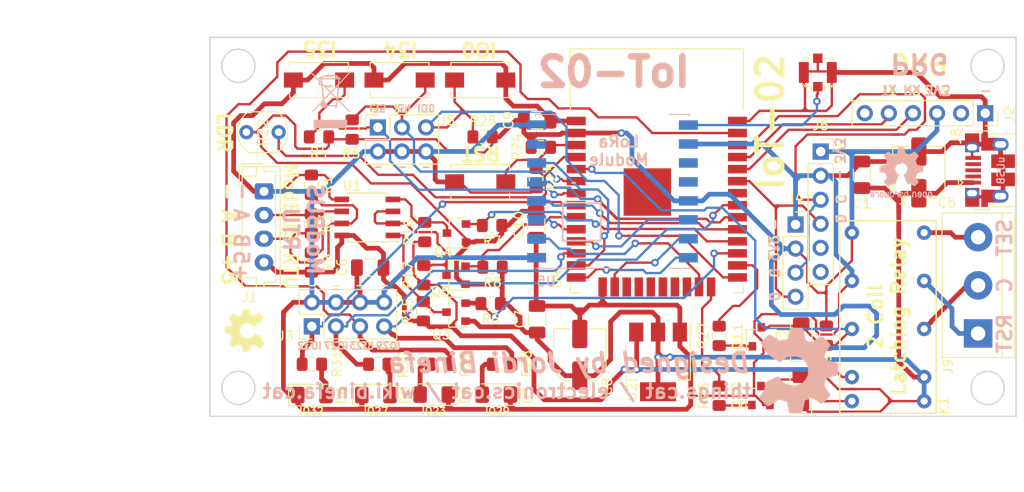
<source format=kicad_pcb>
(kicad_pcb (version 20171130) (host pcbnew 5.0.2+dfsg1-1~bpo9+1)
  (layers (0 F.Cu signal) (31 B.Cu signal) (34 B.Paste user) (35 F.Paste user) (36 B.SilkS user) (37 F.SilkS user) (38 B.Mask user) (39 F.Mask user) (44 Edge.Cuts user))
  (net 0 "")
  (net 1 +3V3)
  (net 2 /RO_3)
  (net 3 /RO_5)
  (net 4 /DI_5)
  (net 5 /DI_3)
  (net 6 /SDA_3)
  (net 7 /SCL_3)
  (net 8 /DE_RE_5)
  (net 9 /DE_RE_3)
  (net 10 GND)
  (net 11 +5V)
  (net 12 /RX_3)
  (net 13 /TX_3)
  (net 14 "Net-(D1-Pad2)")
  (net 15 "Net-(J1-Pad2)")
  (net 16 "Net-(J1-Pad3)")
  (net 17 "Net-(AE1-Pad1)")
  (net 18 /MOSI)
  (net 19 /DIO0)
  (net 20 /RST_RFM95)
  (net 21 /DIO2)
  (net 22 /DIO1)
  (net 23 /MISO)
  (net 24 /SCK)
  (net 25 /NSS)
  (net 26 "Net-(D2-Pad2)")
  (net 27 "Net-(D3-Pad2)")
  (net 28 "Net-(D4-Pad2)")
  (net 29 /R_RST)
  (net 30 /R_C)
  (net 31 /R_SET)
  (net 32 /EN)
  (net 33 /GPIO0)
  (net 34 "Net-(Q10-Pad1)")
  (net 35 "Net-(Q11-Pad1)")
  (net 36 "Net-(R22-Pad1)")
  (net 37 "Net-(R26-Pad2)")
  (net 38 "Net-(R27-Pad2)")
  (net 39 /LED_19)
  (net 40 /LED_32)
  (net 41 /GPI39)
  (net 42 "Net-(D5-Pad2)")
  (net 43 "Net-(D6-Pad2)")
  (net 44 /LED_23)
  (net 45 /LED_27)
  (net 46 /GPI34)
  (net 47 /GPI35)
  (module Connector_Coaxial:U.FL_Molex_MCRF_73412-0110_Vertical (layer F.Cu) (at 130.1 81.45)
    (fp_text reference AE1 hide)
    (fp_text value Antenna_Shield)
    (pad 2 smd rect (at -1.475 0) (size 1.05 2.2) (layers F.Cu F.Paste F.Mask) (net 10 GND))
    (pad 2 smd rect (at 1.475 0) (size 1.05 2.2) (layers F.Cu F.Paste F.Mask) (net 10 GND))
    (pad 2 smd rect (at 0 -1.5) (size 1 1) (layers F.Cu F.Paste F.Mask) (net 10 GND))
    (pad 1 smd rect (at 0 1.5) (size 1 1) (layers F.Cu F.Paste F.Mask) (net 17 "Net-(AE1-Pad1)"))
  )
  (module Capacitor_SMD:C_1206_3216Metric (layer F.Cu) (at 134.75 92.25 90)
    (fp_text reference C1 (at -3.05 0.05 180) (layer F.SilkS))
    (fp_text value 100nF)
    (pad 2 smd roundrect (at 1.4 0 90) (size 1.25 1.75) (layers F.Cu F.Paste F.Mask) (roundrect_rratio 0.2) (net 10 GND))
    (pad 1 smd roundrect (at -1.4 0 90) (size 1.25 1.75) (layers F.Cu F.Paste F.Mask) (roundrect_rratio 0.2) (net 11 +5V))
  )
  (module Capacitor_SMD:CP_Elec_5x5.9 (layer F.Cu) (at 140.75 92 90)
    (fp_text reference C5 (at -3.2 2.95 180) (layer F.SilkS))
    (fp_text value 100uF/16V)
    (pad 2 smd roundrect (at 2.2 0 90) (size 3 1.6) (layers F.Cu F.Paste F.Mask) (roundrect_rratio 0.15625) (net 10 GND))
    (pad 1 smd roundrect (at -2.2 0 90) (size 3 1.6) (layers F.Cu F.Paste F.Mask) (roundrect_rratio 0.15625) (net 11 +5V))
  )
  (module Capacitor_SMD:C_1206_3216Metric (layer F.Cu) (at 82.9 102.05)
    (fp_text reference C6 (at -3 -0.05 90) (layer F.SilkS))
    (fp_text value 0.1uF)
    (pad 2 smd roundrect (at 1.4 0) (size 1.25 1.75) (layers F.Cu F.Paste F.Mask) (roundrect_rratio 0.2) (net 11 +5V))
    (pad 1 smd roundrect (at -1.4 0) (size 1.25 1.75) (layers F.Cu F.Paste F.Mask) (roundrect_rratio 0.2) (net 10 GND))
  )
  (module Capacitor_SMD:C_1206_3216Metric (layer F.Cu) (at 100.5 107.5 90)
    (fp_text reference C7 (at 0 -1.82 90) (layer F.SilkS))
    (fp_text value 100nF)
    (pad 1 smd roundrect (at -1.4 0 90) (size 1.25 1.75) (layers F.Cu F.Paste F.Mask) (roundrect_rratio 0.2) (net 1 +3V3))
    (pad 2 smd roundrect (at 1.4 0 90) (size 1.25 1.75) (layers F.Cu F.Paste F.Mask) (roundrect_rratio 0.2) (net 10 GND))
  )
  (module Capacitor_SMD:CP_Elec_5x5.9 (layer F.Cu) (at 105 111.25 90)
    (fp_text reference C8 (at -3.35 2.9 90) (layer F.SilkS))
    (fp_text value 220uF/16V)
    (pad 1 smd roundrect (at -2.2 0 90) (size 3 1.6) (layers F.Cu F.Paste F.Mask) (roundrect_rratio 0.15625) (net 1 +3V3))
    (pad 2 smd roundrect (at 2.2 0 90) (size 3 1.6) (layers F.Cu F.Paste F.Mask) (roundrect_rratio 0.15625) (net 10 GND))
  )
  (module Capacitor_SMD:C_1206_3216Metric (layer F.Cu) (at 100.5 86.5)
    (fp_text reference C9 (at -3 0 90) (layer F.SilkS))
    (fp_text value 100nF)
    (pad 1 smd roundrect (at -1.4 0) (size 1.25 1.75) (layers F.Cu F.Paste F.Mask) (roundrect_rratio 0.2) (net 1 +3V3))
    (pad 2 smd roundrect (at 1.4 0) (size 1.25 1.75) (layers F.Cu F.Paste F.Mask) (roundrect_rratio 0.2) (net 10 GND))
  )
  (module Capacitor_SMD:C_1206_3216Metric (layer F.Cu) (at 100.4 97.5 90)
    (fp_text reference C10 (at 0 -1.82 90) (layer F.SilkS))
    (fp_text value 100nF)
    (pad 1 smd roundrect (at -1.4 0 90) (size 1.25 1.75) (layers F.Cu F.Paste F.Mask) (roundrect_rratio 0.2) (net 10 GND))
    (pad 2 smd roundrect (at 1.4 0 90) (size 1.25 1.75) (layers F.Cu F.Paste F.Mask) (roundrect_rratio 0.2) (net 1 +3V3))
  )
  (module Diode_SMD:D_1206_3216Metric_Pad1.42x1.75mm_HandSolder (layer F.Cu) (at 128.3 115 90)
    (fp_text reference D1 (at 0 -1.82 90) (layer F.SilkS))
    (fp_text value LL4148)
    (pad 1 smd roundrect (at -1.4875 0 90) (size 1.425 1.75) (layers F.Cu F.Paste F.Mask) (roundrect_rratio 0.175439) (net 11 +5V))
    (pad 2 smd roundrect (at 1.4875 0 90) (size 1.425 1.75) (layers F.Cu F.Paste F.Mask) (roundrect_rratio 0.175439) (net 14 "Net-(D1-Pad2)"))
  )
  (module Diode_SMD:D_1206_3216Metric_Pad1.42x1.75mm_HandSolder (layer F.Cu) (at 128.35 109.5 90)
    (fp_text reference D2 (at 0 -1.82 90) (layer F.SilkS))
    (fp_text value LL4148)
    (pad 2 smd roundrect (at 1.4875 0 90) (size 1.425 1.75) (layers F.Cu F.Paste F.Mask) (roundrect_rratio 0.175439) (net 26 "Net-(D2-Pad2)"))
    (pad 1 smd roundrect (at -1.4875 0 90) (size 1.425 1.75) (layers F.Cu F.Paste F.Mask) (roundrect_rratio 0.175439) (net 11 +5V))
  )
  (module LED_SMD:LED_1206_3216Metric_Pad1.42x1.75mm_HandSolder (layer F.Cu) (at 96.2 115.45 180)
    (fp_text reference D3 (at -3.3 -0.05 270) (layer F.SilkS))
    (fp_text value LED)
    (pad 1 smd roundrect (at -1.4875 0 180) (size 1.425 1.75) (layers F.Cu F.Paste F.Mask) (roundrect_rratio 0.175439) (net 10 GND))
    (pad 2 smd roundrect (at 1.4875 0 180) (size 1.425 1.75) (layers F.Cu F.Paste F.Mask) (roundrect_rratio 0.175439) (net 27 "Net-(D3-Pad2)"))
  )
  (module LED_SMD:LED_1206_3216Metric_Pad1.42x1.75mm_HandSolder (layer F.Cu) (at 89.65 115.45 180)
    (fp_text reference D4 (at -3.25 -0.05 270) (layer F.SilkS))
    (fp_text value LED)
    (pad 2 smd roundrect (at 1.4875 0 180) (size 1.425 1.75) (layers F.Cu F.Paste F.Mask) (roundrect_rratio 0.175439) (net 28 "Net-(D4-Pad2)"))
    (pad 1 smd roundrect (at -1.4875 0 180) (size 1.425 1.75) (layers F.Cu F.Paste F.Mask) (roundrect_rratio 0.175439) (net 10 GND))
  )
  (module Connector_JST:JST_EH_B04B-EH-A_1x04_P2.50mm_Vertical (layer F.Cu) (at 71.7 94 270)
    (fp_text reference J1 (at 11.2 1.5 180) (layer F.SilkS))
    (fp_text value Conn_01x04)
    (pad 1 thru_hole roundrect (at 0 0 270) (size 1.7 1.95) (drill 0.95) (layers *.Cu *.Mask) (roundrect_rratio 0.147059) (net 10 GND))
    (pad 2 thru_hole oval (at 2.5 0 270) (size 1.7 1.95) (drill 0.95) (layers *.Cu *.Mask) (net 15 "Net-(J1-Pad2)"))
    (pad 3 thru_hole oval (at 5 0 270) (size 1.7 1.95) (drill 0.95) (layers *.Cu *.Mask) (net 16 "Net-(J1-Pad3)"))
    (pad 4 thru_hole oval (at 7.5 0 270) (size 1.7 1.95) (drill 0.95) (layers *.Cu *.Mask) (net 11 +5V))
  )
  (module Connector_PinSocket_2.54mm:PinSocket_1x06_P2.54mm_Vertical (layer F.Cu) (at 147.75 85.75 270)
    (fp_text reference J2 (at 0.15 -2.55 270) (layer F.SilkS))
    (fp_text value Conn_01x06)
    (pad 6 thru_hole oval (at 0 12.7 270) (size 1.7 1.7) (drill 1) (layers *.Cu *.Mask))
    (pad 5 thru_hole oval (at 0 10.16 270) (size 1.7 1.7) (drill 1) (layers *.Cu *.Mask) (net 13 /TX_3))
    (pad 4 thru_hole oval (at 0 7.62 270) (size 1.7 1.7) (drill 1) (layers *.Cu *.Mask) (net 12 /RX_3))
    (pad 3 thru_hole oval (at 0 5.08 270) (size 1.7 1.7) (drill 1) (layers *.Cu *.Mask) (net 1 +3V3))
    (pad 2 thru_hole oval (at 0 2.54 270) (size 1.7 1.7) (drill 1) (layers *.Cu *.Mask))
    (pad 1 thru_hole rect (at 0 0 270) (size 1.7 1.7) (drill 1) (layers *.Cu *.Mask) (net 10 GND))
  )
  (module Connector_PinSocket_2.54mm:PinSocket_1x04_P2.54mm_Vertical (layer F.Cu) (at 127.75 97.5)
    (fp_text reference J4 (at 0 -2.77) (layer F.SilkS))
    (fp_text value Conn_01x04)
    (pad 1 thru_hole rect (at 0 0) (size 1.7 1.7) (drill 1) (layers *.Cu *.Mask) (net 10 GND))
    (pad 2 thru_hole oval (at 0 2.54) (size 1.7 1.7) (drill 1) (layers *.Cu *.Mask) (net 1 +3V3))
    (pad 3 thru_hole oval (at 0 5.08) (size 1.7 1.7) (drill 1) (layers *.Cu *.Mask) (net 7 /SCL_3))
    (pad 4 thru_hole oval (at 0 7.62) (size 1.7 1.7) (drill 1) (layers *.Cu *.Mask) (net 6 /SDA_3))
  )
  (module Connector_PinSocket_2.54mm:PinSocket_1x06_P2.54mm_Vertical (layer F.Cu) (at 130.4 89.8)
    (fp_text reference J6 (at 0 -2.77) (layer F.SilkS))
    (fp_text value Conn_01x06)
    (pad 1 thru_hole rect (at 0 0) (size 1.7 1.7) (drill 1) (layers *.Cu *.Mask) (net 1 +3V3))
    (pad 2 thru_hole oval (at 0 2.54) (size 1.7 1.7) (drill 1) (layers *.Cu *.Mask) (net 10 GND))
    (pad 3 thru_hole oval (at 0 5.08) (size 1.7 1.7) (drill 1) (layers *.Cu *.Mask) (net 7 /SCL_3))
    (pad 4 thru_hole oval (at 0 7.62) (size 1.7 1.7) (drill 1) (layers *.Cu *.Mask) (net 6 /SDA_3))
    (pad 5 thru_hole oval (at 0 10.16) (size 1.7 1.7) (drill 1) (layers *.Cu *.Mask))
    (pad 6 thru_hole oval (at 0 12.7) (size 1.7 1.7) (drill 1) (layers *.Cu *.Mask))
  )
  (module TerminalBlock:TerminalBlock_bornier-3_P5.08mm (layer F.Cu) (at 147 109 90)
    (fp_text reference J9 (at -3.5 -3.2 90) (layer F.SilkS))
    (fp_text value Conn_01x03)
    (pad 1 thru_hole rect (at 0 0 90) (size 3 3) (drill 1.52) (layers *.Cu *.Mask) (net 29 /R_RST))
    (pad 2 thru_hole circle (at 5.08 0 90) (size 3 3) (drill 1.52) (layers *.Cu *.Mask) (net 30 /R_C))
    (pad 3 thru_hole circle (at 10.16 0 90) (size 3 3) (drill 1.52) (layers *.Cu *.Mask) (net 31 /R_SET))
  )
  (module Package_TO_SOT_SMD:SOT-23 (layer F.Cu) (at 91.95 106.75 180)
    (fp_text reference Q3 (at 1.55 -2.35 180) (layer F.SilkS))
    (fp_text value BSS138)
    (pad 1 smd rect (at -1 -0.95 180) (size 0.9 0.8) (layers F.Cu F.Paste F.Mask) (net 1 +3V3))
    (pad 2 smd rect (at -1 0.95 180) (size 0.9 0.8) (layers F.Cu F.Paste F.Mask) (net 2 /RO_3))
    (pad 3 smd rect (at 1 0 180) (size 0.9 0.8) (layers F.Cu F.Paste F.Mask) (net 3 /RO_5))
  )
  (module Package_TO_SOT_SMD:SOT-23 (layer F.Cu) (at 92 98.4 180)
    (fp_text reference Q4 (at 1.4 -2 180) (layer F.SilkS))
    (fp_text value BSS138)
    (pad 1 smd rect (at -1 -0.95 180) (size 0.9 0.8) (layers F.Cu F.Paste F.Mask) (net 1 +3V3))
    (pad 2 smd rect (at -1 0.95 180) (size 0.9 0.8) (layers F.Cu F.Paste F.Mask) (net 5 /DI_3))
    (pad 3 smd rect (at 1 0 180) (size 0.9 0.8) (layers F.Cu F.Paste F.Mask) (net 4 /DI_5))
  )
  (module Package_TO_SOT_SMD:SOT-23 (layer F.Cu) (at 91.95 102.85 180)
    (fp_text reference Q5 (at 1.65 -1.75 180) (layer F.SilkS))
    (fp_text value BSS138)
    (pad 1 smd rect (at -1 -0.95 180) (size 0.9 0.8) (layers F.Cu F.Paste F.Mask) (net 1 +3V3))
    (pad 2 smd rect (at -1 0.95 180) (size 0.9 0.8) (layers F.Cu F.Paste F.Mask) (net 9 /DE_RE_3))
    (pad 3 smd rect (at 1 0 180) (size 0.9 0.8) (layers F.Cu F.Paste F.Mask) (net 8 /DE_RE_5))
  )
  (module Package_TO_SOT_SMD:SOT-23 (layer F.Cu) (at 124.1 115.55 90)
    (fp_text reference Q10 (at 0 -2.5 90) (layer F.SilkS))
    (fp_text value BC817)
    (pad 1 smd rect (at -1 -0.95 90) (size 0.9 0.8) (layers F.Cu F.Paste F.Mask) (net 34 "Net-(Q10-Pad1)"))
    (pad 2 smd rect (at -1 0.95 90) (size 0.9 0.8) (layers F.Cu F.Paste F.Mask) (net 10 GND))
    (pad 3 smd rect (at 1 0 90) (size 0.9 0.8) (layers F.Cu F.Paste F.Mask) (net 14 "Net-(D1-Pad2)"))
  )
  (module Package_TO_SOT_SMD:SOT-23 (layer F.Cu) (at 124.15 109.35 90)
    (fp_text reference Q11 (at 0 -2.5 90) (layer F.SilkS))
    (fp_text value BC817)
    (pad 3 smd rect (at 1 0 90) (size 0.9 0.8) (layers F.Cu F.Paste F.Mask) (net 26 "Net-(D2-Pad2)"))
    (pad 2 smd rect (at -1 0.95 90) (size 0.9 0.8) (layers F.Cu F.Paste F.Mask) (net 10 GND))
    (pad 1 smd rect (at -1 -0.95 90) (size 0.9 0.8) (layers F.Cu F.Paste F.Mask) (net 35 "Net-(Q11-Pad1)"))
  )
  (module Resistor_SMD:R_0805_2012Metric_Pad1.15x1.40mm_HandSolder (layer F.Cu) (at 76.7 93.3 270)
    (fp_text reference R1 (at 0 -1.65 270) (layer F.SilkS))
    (fp_text value 20K)
    (pad 2 smd roundrect (at 1.025 0 270) (size 1.15 1.4) (layers F.Cu F.Paste F.Mask) (roundrect_rratio 0.217391) (net 16 "Net-(J1-Pad3)"))
    (pad 1 smd roundrect (at -1.025 0 270) (size 1.15 1.4) (layers F.Cu F.Paste F.Mask) (roundrect_rratio 0.217391) (net 10 GND))
  )
  (module Resistor_SMD:R_0805_2012Metric_Pad1.15x1.40mm_HandSolder (layer F.Cu) (at 76.7 97.4 270)
    (fp_text reference R2 (at 0 -1.65 270) (layer F.SilkS))
    (fp_text value 120)
    (pad 1 smd roundrect (at -1.025 0 270) (size 1.15 1.4) (layers F.Cu F.Paste F.Mask) (roundrect_rratio 0.217391) (net 15 "Net-(J1-Pad2)"))
    (pad 2 smd roundrect (at 1.025 0 270) (size 1.15 1.4) (layers F.Cu F.Paste F.Mask) (roundrect_rratio 0.217391) (net 16 "Net-(J1-Pad3)"))
  )
  (module Resistor_SMD:R_0805_2012Metric_Pad1.15x1.40mm_HandSolder (layer F.Cu) (at 76.7 101.5 90)
    (fp_text reference R3 (at 0 1.8 90) (layer F.SilkS))
    (fp_text value 20K)
    (pad 1 smd roundrect (at -1.025 0 90) (size 1.15 1.4) (layers F.Cu F.Paste F.Mask) (roundrect_rratio 0.217391) (net 11 +5V))
    (pad 2 smd roundrect (at 1.025 0 90) (size 1.15 1.4) (layers F.Cu F.Paste F.Mask) (roundrect_rratio 0.217391) (net 15 "Net-(J1-Pad2)"))
  )
  (module Resistor_SMD:R_0805_2012Metric_Pad1.15x1.40mm_HandSolder (layer F.Cu) (at 95.6 105.85 180)
    (fp_text reference R6 (at 0 -1.65 180) (layer F.SilkS))
    (fp_text value 10K)
    (pad 2 smd roundrect (at 1.025 0 180) (size 1.15 1.4) (layers F.Cu F.Paste F.Mask) (roundrect_rratio 0.217391) (net 2 /RO_3))
    (pad 1 smd roundrect (at -1.025 0 180) (size 1.15 1.4) (layers F.Cu F.Paste F.Mask) (roundrect_rratio 0.217391) (net 1 +3V3))
  )
  (module Resistor_SMD:R_0805_2012Metric_Pad1.15x1.40mm_HandSolder (layer F.Cu) (at 95.75 97.6 180)
    (fp_text reference R7 (at 0 -1.65 180) (layer F.SilkS))
    (fp_text value 10K)
    (pad 2 smd roundrect (at 1.025 0 180) (size 1.15 1.4) (layers F.Cu F.Paste F.Mask) (roundrect_rratio 0.217391) (net 5 /DI_3))
    (pad 1 smd roundrect (at -1.025 0 180) (size 1.15 1.4) (layers F.Cu F.Paste F.Mask) (roundrect_rratio 0.217391) (net 1 +3V3))
  )
  (module Resistor_SMD:R_0805_2012Metric_Pad1.15x1.40mm_HandSolder (layer F.Cu) (at 95.8 102 180)
    (fp_text reference R8 (at 0 -1.65 180) (layer F.SilkS))
    (fp_text value 10K)
    (pad 1 smd roundrect (at -1.025 0 180) (size 1.15 1.4) (layers F.Cu F.Paste F.Mask) (roundrect_rratio 0.217391) (net 1 +3V3))
    (pad 2 smd roundrect (at 1.025 0 180) (size 1.15 1.4) (layers F.Cu F.Paste F.Mask) (roundrect_rratio 0.217391) (net 9 /DE_RE_3))
  )
  (module Resistor_SMD:R_0805_2012Metric_Pad1.15x1.40mm_HandSolder (layer F.Cu) (at 131 109.225 270)
    (fp_text reference R9 (at 2.875 0 270) (layer F.SilkS))
    (fp_text value 10K)
    (pad 1 smd roundrect (at -1.025 0 270) (size 1.15 1.4) (layers F.Cu F.Paste F.Mask) (roundrect_rratio 0.217391) (net 1 +3V3))
    (pad 2 smd roundrect (at 1.025 0 270) (size 1.15 1.4) (layers F.Cu F.Paste F.Mask) (roundrect_rratio 0.217391) (net 41 /GPI39))
  )
  (module Resistor_SMD:R_0805_2012Metric_Pad1.15x1.40mm_HandSolder (layer F.Cu) (at 88.5 106.65 90)
    (fp_text reference R15 (at 0 -1.65 90) (layer F.SilkS))
    (fp_text value 10K)
    (pad 2 smd roundrect (at 1.025 0 90) (size 1.15 1.4) (layers F.Cu F.Paste F.Mask) (roundrect_rratio 0.217391) (net 3 /RO_5))
    (pad 1 smd roundrect (at -1.025 0 90) (size 1.15 1.4) (layers F.Cu F.Paste F.Mask) (roundrect_rratio 0.217391) (net 11 +5V))
  )
  (module Resistor_SMD:R_0805_2012Metric_Pad1.15x1.40mm_HandSolder (layer F.Cu) (at 88.65 98.3 90)
    (fp_text reference R16 (at 0 -1.65 90) (layer F.SilkS))
    (fp_text value 10K)
    (pad 2 smd roundrect (at 1.025 0 90) (size 1.15 1.4) (layers F.Cu F.Paste F.Mask) (roundrect_rratio 0.217391) (net 4 /DI_5))
    (pad 1 smd roundrect (at -1.025 0 90) (size 1.15 1.4) (layers F.Cu F.Paste F.Mask) (roundrect_rratio 0.217391) (net 11 +5V))
  )
  (module Resistor_SMD:R_0805_2012Metric_Pad1.15x1.40mm_HandSolder (layer F.Cu) (at 88.55 102.85 90)
    (fp_text reference R17 (at 0 -1.65 90) (layer F.SilkS))
    (fp_text value 10K)
    (pad 2 smd roundrect (at 1.025 0 90) (size 1.15 1.4) (layers F.Cu F.Paste F.Mask) (roundrect_rratio 0.217391) (net 8 /DE_RE_5))
    (pad 1 smd roundrect (at -1.025 0 90) (size 1.15 1.4) (layers F.Cu F.Paste F.Mask) (roundrect_rratio 0.217391) (net 11 +5V))
  )
  (module OptoDevice:R_LDR_5.1x4.3mm_P3.4mm_Vertical (layer F.Cu) (at 73.25 87.75 180)
    (fp_text reference R22 (at 1.65 -0.05 270) (layer F.SilkS))
    (fp_text value LDR07)
    (pad 1 thru_hole circle (at 0 0 180) (size 1.5 1.5) (drill 0.8) (layers *.Cu *.Mask) (net 36 "Net-(R22-Pad1)"))
    (pad 2 thru_hole circle (at 3.4 0 180) (size 1.5 1.5) (drill 0.8) (layers *.Cu *.Mask) (net 1 +3V3))
  )
  (module Resistor_SMD:R_0805_2012Metric_Pad1.15x1.40mm_HandSolder (layer F.Cu) (at 100.4 92.6 270)
    (fp_text reference R23 (at 0 -1.65 270) (layer F.SilkS))
    (fp_text value 10K)
    (pad 2 smd roundrect (at 1.025 0 270) (size 1.15 1.4) (layers F.Cu F.Paste F.Mask) (roundrect_rratio 0.217391) (net 10 GND))
    (pad 1 smd roundrect (at -1.025 0 270) (size 1.15 1.4) (layers F.Cu F.Paste F.Mask) (roundrect_rratio 0.217391) (net 36 "Net-(R22-Pad1)"))
  )
  (module Resistor_SMD:R_0805_2012Metric_Pad1.15x1.40mm_HandSolder (layer F.Cu) (at 100.9 89.35)
    (fp_text reference R24 (at -2.5 -0.05 90) (layer F.SilkS))
    (fp_text value 10K)
    (pad 2 smd roundrect (at 1.025 0) (size 1.15 1.4) (layers F.Cu F.Paste F.Mask) (roundrect_rratio 0.217391) (net 32 /EN))
    (pad 1 smd roundrect (at -1.025 0) (size 1.15 1.4) (layers F.Cu F.Paste F.Mask) (roundrect_rratio 0.217391) (net 1 +3V3))
  )
  (module Resistor_SMD:R_0805_2012Metric_Pad1.15x1.40mm_HandSolder (layer F.Cu) (at 94.75 88.25)
    (fp_text reference R25 (at 0.05 -1.65 180) (layer F.SilkS))
    (fp_text value 10K)
    (pad 1 smd roundrect (at -1.025 0) (size 1.15 1.4) (layers F.Cu F.Paste F.Mask) (roundrect_rratio 0.217391) (net 33 /GPIO0))
    (pad 2 smd roundrect (at 1.025 0) (size 1.15 1.4) (layers F.Cu F.Paste F.Mask) (roundrect_rratio 0.217391) (net 1 +3V3))
  )
  (module Resistor_SMD:R_0805_2012Metric_Pad1.15x1.40mm_HandSolder (layer F.Cu) (at 119.7 115.575 90)
    (fp_text reference R26 (at 0 -1.65 90) (layer F.SilkS))
    (fp_text value 1K)
    (pad 1 smd roundrect (at -1.025 0 90) (size 1.15 1.4) (layers F.Cu F.Paste F.Mask) (roundrect_rratio 0.217391) (net 34 "Net-(Q10-Pad1)"))
    (pad 2 smd roundrect (at 1.025 0 90) (size 1.15 1.4) (layers F.Cu F.Paste F.Mask) (roundrect_rratio 0.217391) (net 37 "Net-(R26-Pad2)"))
  )
  (module Resistor_SMD:R_0805_2012Metric_Pad1.15x1.40mm_HandSolder (layer F.Cu) (at 119.7 109.25 90)
    (fp_text reference R27 (at 0 -1.65 90) (layer F.SilkS))
    (fp_text value 1K)
    (pad 2 smd roundrect (at 1.025 0 90) (size 1.15 1.4) (layers F.Cu F.Paste F.Mask) (roundrect_rratio 0.217391) (net 38 "Net-(R27-Pad2)"))
    (pad 1 smd roundrect (at -1.025 0 90) (size 1.15 1.4) (layers F.Cu F.Paste F.Mask) (roundrect_rratio 0.217391) (net 35 "Net-(Q11-Pad1)"))
  )
  (module Resistor_SMD:R_0805_2012Metric_Pad1.15x1.40mm_HandSolder (layer F.Cu) (at 96.8 112.25 180)
    (fp_text reference R28 (at -2.6 0.05 270) (layer F.SilkS))
    (fp_text value 220)
    (pad 1 smd roundrect (at -1.025 0 180) (size 1.15 1.4) (layers F.Cu F.Paste F.Mask) (roundrect_rratio 0.217391) (net 39 /LED_19))
    (pad 2 smd roundrect (at 1.025 0 180) (size 1.15 1.4) (layers F.Cu F.Paste F.Mask) (roundrect_rratio 0.217391) (net 27 "Net-(D3-Pad2)"))
  )
  (module Resistor_SMD:R_0805_2012Metric_Pad1.15x1.40mm_HandSolder (layer F.Cu) (at 90.25 112.25 180)
    (fp_text reference R29 (at -2.65 0.05 270) (layer F.SilkS))
    (fp_text value 220)
    (pad 1 smd roundrect (at -1.025 0 180) (size 1.15 1.4) (layers F.Cu F.Paste F.Mask) (roundrect_rratio 0.217391) (net 44 /LED_23))
    (pad 2 smd roundrect (at 1.025 0 180) (size 1.15 1.4) (layers F.Cu F.Paste F.Mask) (roundrect_rratio 0.217391) (net 28 "Net-(D4-Pad2)"))
  )
  (module Button_Switch_SMD:SW_SPST_EVQPE1 (layer F.Cu) (at 94.5 93)
    (fp_text reference SW1 hide)
    (fp_text value RST)
    (pad 2 smd rect (at 2.7 0) (size 2 1.6) (layers F.Cu F.Paste F.Mask) (net 32 /EN))
    (pad 1 smd rect (at -2.7 0) (size 2 1.6) (layers F.Cu F.Paste F.Mask) (net 10 GND))
  )
  (module Button_Switch_SMD:SW_SPST_EVQPE1 (layer F.Cu) (at 94.5 82.25)
    (fp_text reference SW2 hide)
    (fp_text value IO0)
    (pad 2 smd rect (at 2.7 0) (size 2 1.6) (layers F.Cu F.Paste F.Mask) (net 10 GND))
    (pad 1 smd rect (at -2.7 0) (size 2 1.6) (layers F.Cu F.Paste F.Mask) (net 33 /GPIO0))
  )
  (module Button_Switch_SMD:SW_SPST_EVQPE1 (layer F.Cu) (at 86 82.25 180)
    (fp_text reference SW3 hide)
    (fp_text value IO34)
    (pad 1 smd rect (at -2.7 0 180) (size 2 1.6) (layers F.Cu F.Paste F.Mask) (net 46 /GPI34))
    (pad 2 smd rect (at 2.7 0 180) (size 2 1.6) (layers F.Cu F.Paste F.Mask) (net 10 GND))
  )
  (module Button_Switch_SMD:SW_SPST_EVQPE1 (layer F.Cu) (at 77.5 82.25 180)
    (fp_text reference SW4 hide)
    (fp_text value IO35)
    (pad 1 smd rect (at -2.7 0 180) (size 2 1.6) (layers F.Cu F.Paste F.Mask) (net 47 /GPI35))
    (pad 2 smd rect (at 2.7 0 180) (size 2 1.6) (layers F.Cu F.Paste F.Mask) (net 10 GND))
  )
  (module Package_SO:SOIC-8_3.9x4.9mm_P1.27mm (layer F.Cu) (at 82.6 96.75 180)
    (fp_text reference U1 (at 1.6 3.35 180) (layer F.SilkS))
    (fp_text value MAX485E)
    (pad 1 smd rect (at -2.7 -1.905 180) (size 1.55 0.6) (layers F.Cu F.Paste F.Mask) (net 3 /RO_5))
    (pad 2 smd rect (at -2.7 -0.635 180) (size 1.55 0.6) (layers F.Cu F.Paste F.Mask) (net 8 /DE_RE_5))
    (pad 3 smd rect (at -2.7 0.635 180) (size 1.55 0.6) (layers F.Cu F.Paste F.Mask) (net 8 /DE_RE_5))
    (pad 4 smd rect (at -2.7 1.905 180) (size 1.55 0.6) (layers F.Cu F.Paste F.Mask) (net 4 /DI_5))
    (pad 5 smd rect (at 2.7 1.905 180) (size 1.55 0.6) (layers F.Cu F.Paste F.Mask) (net 10 GND))
    (pad 6 smd rect (at 2.7 0.635 180) (size 1.55 0.6) (layers F.Cu F.Paste F.Mask) (net 15 "Net-(J1-Pad2)"))
    (pad 7 smd rect (at 2.7 -0.635 180) (size 1.55 0.6) (layers F.Cu F.Paste F.Mask) (net 16 "Net-(J1-Pad3)"))
    (pad 8 smd rect (at 2.7 -1.905 180) (size 1.55 0.6) (layers F.Cu F.Paste F.Mask) (net 11 +5V))
  )
  (module Package_TO_SOT_SMD:SOT-223-3_TabPin2 (layer F.Cu) (at 113.25 112 270)
    (fp_text reference U2 (at 3.2 2.75 270) (layer F.SilkS))
    (fp_text value AMS1117-3.3)
    (pad 2 smd rect (at 3.15 0 270) (size 2 3.8) (layers F.Cu F.Paste F.Mask) (net 1 +3V3))
    (pad 2 smd rect (at -3.15 0 270) (size 2 1.5) (layers F.Cu F.Paste F.Mask) (net 1 +3V3))
    (pad 3 smd rect (at -3.15 2.3 270) (size 2 1.5) (layers F.Cu F.Paste F.Mask) (net 11 +5V))
    (pad 1 smd rect (at -3.15 -2.3 270) (size 2 1.5) (layers F.Cu F.Paste F.Mask) (net 10 GND))
  )
  (module RF_Module:ESP32-WROOM-32 (layer F.Cu) (at 113.125 94.825)
    (fp_text reference U4 (at -10.61 8.43 90) (layer F.SilkS))
    (fp_text value ESP32-WROOM-32)
    (pad 39 smd rect (at -1 -0.755) (size 5 5) (layers F.Cu F.Paste F.Mask))
    (pad 1 smd rect (at -8.5 -8.255) (size 2 0.9) (layers F.Cu F.Paste F.Mask) (net 10 GND))
    (pad 2 smd rect (at -8.5 -6.985) (size 2 0.9) (layers F.Cu F.Paste F.Mask) (net 1 +3V3))
    (pad 3 smd rect (at -8.5 -5.715) (size 2 0.9) (layers F.Cu F.Paste F.Mask) (net 32 /EN))
    (pad 4 smd rect (at -8.5 -4.445) (size 2 0.9) (layers F.Cu F.Paste F.Mask) (net 36 "Net-(R22-Pad1)"))
    (pad 5 smd rect (at -8.5 -3.175) (size 2 0.9) (layers F.Cu F.Paste F.Mask) (net 41 /GPI39))
    (pad 6 smd rect (at -8.5 -1.905) (size 2 0.9) (layers F.Cu F.Paste F.Mask) (net 46 /GPI34))
    (pad 7 smd rect (at -8.5 -0.635) (size 2 0.9) (layers F.Cu F.Paste F.Mask) (net 47 /GPI35))
    (pad 8 smd rect (at -8.5 0.635) (size 2 0.9) (layers F.Cu F.Paste F.Mask) (net 40 /LED_32))
    (pad 9 smd rect (at -8.5 1.905) (size 2 0.9) (layers F.Cu F.Paste F.Mask) (net 9 /DE_RE_3))
    (pad 10 smd rect (at -8.5 3.175) (size 2 0.9) (layers F.Cu F.Paste F.Mask) (net 18 /MOSI))
    (pad 11 smd rect (at -8.5 4.445) (size 2 0.9) (layers F.Cu F.Paste F.Mask) (net 19 /DIO0))
    (pad 12 smd rect (at -8.5 5.715) (size 2 0.9) (layers F.Cu F.Paste F.Mask) (net 45 /LED_27))
    (pad 13 smd rect (at -8.5 6.985) (size 2 0.9) (layers F.Cu F.Paste F.Mask) (net 20 /RST_RFM95))
    (pad 14 smd rect (at -8.5 8.255) (size 2 0.9) (layers F.Cu F.Paste F.Mask) (net 21 /DIO2))
    (pad 15 smd rect (at -5.715 9.255 90) (size 2 0.9) (layers F.Cu F.Paste F.Mask) (net 10 GND))
    (pad 16 smd rect (at -4.445 9.255 90) (size 2 0.9) (layers F.Cu F.Paste F.Mask) (net 22 /DIO1))
    (pad 17 smd rect (at -3.175 9.255 90) (size 2 0.9) (layers F.Cu F.Paste F.Mask))
    (pad 18 smd rect (at -1.905 9.255 90) (size 2 0.9) (layers F.Cu F.Paste F.Mask))
    (pad 19 smd rect (at -0.635 9.255 90) (size 2 0.9) (layers F.Cu F.Paste F.Mask))
    (pad 20 smd rect (at 0.635 9.255 90) (size 2 0.9) (layers F.Cu F.Paste F.Mask))
    (pad 21 smd rect (at 1.905 9.255 90) (size 2 0.9) (layers F.Cu F.Paste F.Mask))
    (pad 22 smd rect (at 3.175 9.255 90) (size 2 0.9) (layers F.Cu F.Paste F.Mask))
    (pad 23 smd rect (at 4.445 9.255 90) (size 2 0.9) (layers F.Cu F.Paste F.Mask) (net 23 /MISO))
    (pad 24 smd rect (at 5.715 9.255 90) (size 2 0.9) (layers F.Cu F.Paste F.Mask) (net 37 "Net-(R26-Pad2)"))
    (pad 25 smd rect (at 8.5 8.255) (size 2 0.9) (layers F.Cu F.Paste F.Mask) (net 33 /GPIO0))
    (pad 26 smd rect (at 8.5 6.985) (size 2 0.9) (layers F.Cu F.Paste F.Mask) (net 38 "Net-(R27-Pad2)"))
    (pad 27 smd rect (at 8.5 5.715) (size 2 0.9) (layers F.Cu F.Paste F.Mask) (net 2 /RO_3))
    (pad 28 smd rect (at 8.5 4.445) (size 2 0.9) (layers F.Cu F.Paste F.Mask) (net 5 /DI_3))
    (pad 29 smd rect (at 8.5 3.175) (size 2 0.9) (layers F.Cu F.Paste F.Mask) (net 24 /SCK))
    (pad 30 smd rect (at 8.5 1.905) (size 2 0.9) (layers F.Cu F.Paste F.Mask) (net 25 /NSS))
    (pad 31 smd rect (at 8.5 0.635) (size 2 0.9) (layers F.Cu F.Paste F.Mask) (net 39 /LED_19))
    (pad 32 smd rect (at 8.5 -0.635) (size 2 0.9) (layers F.Cu F.Paste F.Mask))
    (pad 33 smd rect (at 8.5 -1.905) (size 2 0.9) (layers F.Cu F.Paste F.Mask) (net 6 /SDA_3))
    (pad 34 smd rect (at 8.5 -3.175) (size 2 0.9) (layers F.Cu F.Paste F.Mask) (net 12 /RX_3))
    (pad 35 smd rect (at 8.5 -4.445) (size 2 0.9) (layers F.Cu F.Paste F.Mask) (net 13 /TX_3))
    (pad 36 smd rect (at 8.5 -5.715) (size 2 0.9) (layers F.Cu F.Paste F.Mask) (net 7 /SCL_3))
    (pad 37 smd rect (at 8.5 -6.985) (size 2 0.9) (layers F.Cu F.Paste F.Mask) (net 44 /LED_23))
    (pad 38 smd rect (at 8.5 -8.255) (size 2 0.9) (layers F.Cu F.Paste F.Mask) (net 10 GND))
  )
  (module RF_Module:HOPERF_RFM9XW_SMD (layer B.Cu) (at 108.45 94)
    (fp_text reference U5 (at -7 9.5) (layer B.SilkS) (effects (justify mirror)))
    (fp_text value RFM95W-868S2)
    (pad 1 smd rect (at -8 7) (size 2 1) (layers B.Cu B.Paste B.Mask) (net 10 GND))
    (pad 2 smd rect (at -8 5) (size 2 1) (layers B.Cu B.Paste B.Mask) (net 23 /MISO))
    (pad 3 smd rect (at -8 3) (size 2 1) (layers B.Cu B.Paste B.Mask) (net 18 /MOSI))
    (pad 4 smd rect (at -8 1) (size 2 1) (layers B.Cu B.Paste B.Mask) (net 24 /SCK))
    (pad 5 smd rect (at -8 -1) (size 2 1) (layers B.Cu B.Paste B.Mask) (net 25 /NSS))
    (pad 6 smd rect (at -8 -3) (size 2 1) (layers B.Cu B.Paste B.Mask) (net 20 /RST_RFM95))
    (pad 7 smd rect (at -8 -5) (size 2 1) (layers B.Cu B.Paste B.Mask))
    (pad 8 smd rect (at -8 -7) (size 2 1) (layers B.Cu B.Paste B.Mask) (net 10 GND))
    (pad 9 smd rect (at 8 -7) (size 2 1) (layers B.Cu B.Paste B.Mask) (net 17 "Net-(AE1-Pad1)"))
    (pad 10 smd rect (at 8 -5) (size 2 1) (layers B.Cu B.Paste B.Mask) (net 10 GND))
    (pad 11 smd rect (at 8 -3) (size 2 1) (layers B.Cu B.Paste B.Mask))
    (pad 12 smd rect (at 8 -1) (size 2 1) (layers B.Cu B.Paste B.Mask))
    (pad 13 smd rect (at 8 1) (size 2 1) (layers B.Cu B.Paste B.Mask) (net 1 +3V3))
    (pad 14 smd rect (at 8 3) (size 2 1) (layers B.Cu B.Paste B.Mask) (net 19 /DIO0))
    (pad 15 smd rect (at 8 5) (size 2 1) (layers B.Cu B.Paste B.Mask) (net 22 /DIO1))
    (pad 16 smd rect (at 8 7) (size 2 1) (layers B.Cu B.Paste B.Mask) (net 21 /DIO2))
  )
  (module Relay_THT:HFD2_005-M-L2 (layer F.Cu) (at 137.5 107.25 90)
    (fp_text reference K1 (at -9.35 5.9 90) (layer F.SilkS))
    (fp_text value HFD2_005-M-L2)
    (pad 1 thru_hole circle (at -8.89 3.81 90) (size 1.524 1.524) (drill 0.762) (layers *.Cu *.Mask) (net 11 +5V))
    (pad 2 thru_hole circle (at -6.35 3.81 90) (size 1.524 1.524) (drill 0.762) (layers *.Cu *.Mask) (net 11 +5V))
    (pad 4 thru_hole circle (at -1.27 3.81 90) (size 1.524 1.524) (drill 0.762) (layers *.Cu *.Mask) (net 30 /R_C))
    (pad 6 thru_hole circle (at 3.81 3.81 90) (size 1.524 1.524) (drill 0.762) (layers *.Cu *.Mask) (net 29 /R_RST))
    (pad 8 thru_hole circle (at 8.89 3.81 90) (size 1.524 1.524) (drill 0.762) (layers *.Cu *.Mask) (net 31 /R_SET))
    (pad 9 thru_hole circle (at 8.89 -3.81 90) (size 1.524 1.524) (drill 0.762) (layers *.Cu *.Mask) (net 1 +3V3))
    (pad 11 thru_hole circle (at 3.81 -3.81 90) (size 1.524 1.524) (drill 0.762) (layers *.Cu *.Mask) (net 10 GND))
    (pad 13 thru_hole circle (at -1.27 -3.81 90) (size 1.524 1.524) (drill 0.762) (layers *.Cu *.Mask) (net 41 /GPI39))
    (pad 15 thru_hole circle (at -6.35 -3.81 90) (size 1.524 1.524) (drill 0.762) (layers *.Cu *.Mask) (net 26 "Net-(D2-Pad2)"))
    (pad 16 thru_hole circle (at -8.89 -3.81 90) (size 1.524 1.524) (drill 0.762) (layers *.Cu *.Mask) (net 14 "Net-(D1-Pad2)"))
  )
  (module Connector_USB:USB_Micro-B_Amphenol_10103594-0001LF_Horizontal (layer F.Cu) (at 148.25 91.75 90)
    (fp_text reference J8 (at 3.55 -3.55 90) (layer F.SilkS))
    (fp_text value USB_B_Micro)
    (pad 6 smd rect (at 2.725 0.185 90) (size 1.35 2) (layers F.Cu F.Paste F.Mask) (net 10 GND))
    (pad 6 smd rect (at -2.755 0.185 90) (size 1.35 2) (layers F.Cu F.Paste F.Mask) (net 10 GND))
    (pad 6 smd rect (at -2.975 -0.565 90) (size 1.825 0.7) (layers F.Cu F.Paste F.Mask) (net 10 GND))
    (pad 6 smd rect (at 2.975 -0.565 90) (size 1.825 0.7) (layers F.Cu F.Paste F.Mask) (net 10 GND))
    (pad 6 smd rect (at -2.875 -1.865 90) (size 2 1.5) (layers F.Cu F.Paste F.Mask) (net 10 GND))
    (pad 6 smd rect (at 2.875 -1.885 90) (size 2 1.5) (layers F.Cu F.Paste F.Mask) (net 10 GND))
    (pad 1 smd rect (at -1.325 -1.765 180) (size 1.65 0.4) (layers F.Cu F.Paste F.Mask) (net 11 +5V))
    (pad 2 smd rect (at -0.675 -1.765 180) (size 1.65 0.4) (layers F.Cu F.Paste F.Mask))
    (pad 3 smd rect (at -0.025 -1.765 180) (size 1.65 0.4) (layers F.Cu F.Paste F.Mask))
    (pad 4 smd rect (at 0.625 -1.765 180) (size 1.65 0.4) (layers F.Cu F.Paste F.Mask))
    (pad 5 smd rect (at 1.275 -1.765 180) (size 1.65 0.4) (layers F.Cu F.Paste F.Mask) (net 10 GND))
    (pad 6 thru_hole oval (at -2.445 -1.885 180) (size 1.5 1.1) (drill oval 1.05 0.65) (layers *.Cu *.Mask) (net 10 GND))
    (pad 6 thru_hole oval (at 2.395 -1.885 180) (size 1.5 1.1) (drill oval 1.05 0.65) (layers *.Cu *.Mask) (net 10 GND))
    (pad 6 thru_hole oval (at -2.755 1.115 180) (size 1.7 1.35) (drill oval 1.2 0.7) (layers *.Cu *.Mask) (net 10 GND))
    (pad 6 thru_hole oval (at 2.705 1.115 180) (size 1.7 1.35) (drill oval 1.2 0.7) (layers *.Cu *.Mask) (net 10 GND))
    (pad 6 smd rect (at -0.985 1.385 180) (size 2.5 1.43) (layers F.Cu F.Paste F.Mask) (net 10 GND))
    (pad 6 smd rect (at 0.935 1.385 180) (size 2.5 1.43) (layers F.Cu F.Paste F.Mask) (net 10 GND))
  )
  (module LED_SMD:LED_1206_3216Metric_Pad1.42x1.75mm_HandSolder (layer F.Cu) (at 83.5 115.5)
    (fp_text reference D5 (at 3.1 0 90) (layer F.SilkS))
    (fp_text value LED)
    (pad 2 smd roundrect (at 1.4875 0) (size 1.425 1.75) (layers F.Cu F.Paste F.Mask) (roundrect_rratio 0.175439) (net 42 "Net-(D5-Pad2)"))
    (pad 1 smd roundrect (at -1.4875 0) (size 1.425 1.75) (layers F.Cu F.Paste F.Mask) (roundrect_rratio 0.175439) (net 10 GND))
  )
  (module LED_SMD:LED_1206_3216Metric_Pad1.42x1.75mm_HandSolder (layer F.Cu) (at 76.75 115.5)
    (fp_text reference D6 (at 3.15 0 90) (layer F.SilkS))
    (fp_text value LED)
    (pad 1 smd roundrect (at -1.4875 0) (size 1.425 1.75) (layers F.Cu F.Paste F.Mask) (roundrect_rratio 0.175439) (net 10 GND))
    (pad 2 smd roundrect (at 1.4875 0) (size 1.425 1.75) (layers F.Cu F.Paste F.Mask) (roundrect_rratio 0.175439) (net 43 "Net-(D6-Pad2)"))
  )
  (module Resistor_SMD:R_0805_2012Metric_Pad1.15x1.40mm_HandSolder (layer F.Cu) (at 77.5 88.25 180)
    (fp_text reference R4 (at 0 -1.65 180) (layer F.SilkS))
    (fp_text value 10K)
    (pad 2 smd roundrect (at 1.025 0 180) (size 1.15 1.4) (layers F.Cu F.Paste F.Mask) (roundrect_rratio 0.217391) (net 47 /GPI35))
    (pad 1 smd roundrect (at -1.025 0 180) (size 1.15 1.4) (layers F.Cu F.Paste F.Mask) (roundrect_rratio 0.217391) (net 1 +3V3))
  )
  (module Resistor_SMD:R_0805_2012Metric_Pad1.15x1.40mm_HandSolder (layer F.Cu) (at 81 87.475 270)
    (fp_text reference R5 (at 2.525 0.1) (layer F.SilkS))
    (fp_text value 10K)
    (pad 1 smd roundrect (at -1.025 0 270) (size 1.15 1.4) (layers F.Cu F.Paste F.Mask) (roundrect_rratio 0.217391) (net 46 /GPI34))
    (pad 2 smd roundrect (at 1.025 0 270) (size 1.15 1.4) (layers F.Cu F.Paste F.Mask) (roundrect_rratio 0.217391) (net 1 +3V3))
  )
  (module Resistor_SMD:R_0805_2012Metric_Pad1.15x1.40mm_HandSolder (layer F.Cu) (at 83.75 112.25)
    (fp_text reference R30 (at 2.65 0.05 90) (layer F.SilkS))
    (fp_text value 220)
    (pad 2 smd roundrect (at 1.025 0) (size 1.15 1.4) (layers F.Cu F.Paste F.Mask) (roundrect_rratio 0.217391) (net 42 "Net-(D5-Pad2)"))
    (pad 1 smd roundrect (at -1.025 0) (size 1.15 1.4) (layers F.Cu F.Paste F.Mask) (roundrect_rratio 0.217391) (net 45 /LED_27))
  )
  (module Resistor_SMD:R_0805_2012Metric_Pad1.15x1.40mm_HandSolder (layer F.Cu) (at 76.75 112.25)
    (fp_text reference R31 (at 2.65 -0.05 90) (layer F.SilkS))
    (fp_text value 220)
    (pad 1 smd roundrect (at -1.025 0) (size 1.15 1.4) (layers F.Cu F.Paste F.Mask) (roundrect_rratio 0.217391) (net 40 /LED_32))
    (pad 2 smd roundrect (at 1.025 0) (size 1.15 1.4) (layers F.Cu F.Paste F.Mask) (roundrect_rratio 0.217391) (net 43 "Net-(D6-Pad2)"))
  )
  (module Connector_PinHeader_2.54mm:PinHeader_2x04_P2.54mm_Vertical (layer F.Cu) (at 76.75 108.25 90)
    (fp_text reference J3 (at -1.05 -2.75 180) (layer F.SilkS))
    (fp_text value Conn_02x04_Odd_Even)
    (pad 1 thru_hole rect (at 0 0 90) (size 1.7 1.7) (drill 1) (layers *.Cu *.Mask) (net 40 /LED_32))
    (pad 2 thru_hole oval (at 2.54 0 90) (size 1.7 1.7) (drill 1) (layers *.Cu *.Mask) (net 10 GND))
    (pad 3 thru_hole oval (at 0 2.54 90) (size 1.7 1.7) (drill 1) (layers *.Cu *.Mask) (net 45 /LED_27))
    (pad 4 thru_hole oval (at 2.54 2.54 90) (size 1.7 1.7) (drill 1) (layers *.Cu *.Mask) (net 10 GND))
    (pad 5 thru_hole oval (at 0 5.08 90) (size 1.7 1.7) (drill 1) (layers *.Cu *.Mask) (net 44 /LED_23))
    (pad 6 thru_hole oval (at 2.54 5.08 90) (size 1.7 1.7) (drill 1) (layers *.Cu *.Mask) (net 10 GND))
    (pad 7 thru_hole oval (at 0 7.62 90) (size 1.7 1.7) (drill 1) (layers *.Cu *.Mask) (net 39 /LED_19))
    (pad 8 thru_hole oval (at 2.54 7.62 90) (size 1.7 1.7) (drill 1) (layers *.Cu *.Mask) (net 10 GND))
  )
  (module Connector_PinSocket_2.54mm:PinSocket_2x03_P2.54mm_Vertical (layer F.Cu) (at 83.71 87.25 90)
    (fp_text reference J5 (at 0.75 7.29 180) (layer F.SilkS))
    (fp_text value Conn_02x03_Odd_Even)
    (pad 1 thru_hole rect (at 0 0 90) (size 1.7 1.7) (drill 1) (layers *.Cu *.Mask) (net 47 /GPI35))
    (pad 2 thru_hole oval (at -2.54 0 90) (size 1.7 1.7) (drill 1) (layers *.Cu *.Mask) (net 10 GND))
    (pad 3 thru_hole oval (at 0 2.54 90) (size 1.7 1.7) (drill 1) (layers *.Cu *.Mask) (net 46 /GPI34))
    (pad 4 thru_hole oval (at -2.54 2.54 90) (size 1.7 1.7) (drill 1) (layers *.Cu *.Mask) (net 10 GND))
    (pad 5 thru_hole oval (at 0 5.08 90) (size 1.7 1.7) (drill 1) (layers *.Cu *.Mask) (net 33 /GPIO0))
    (pad 6 thru_hole oval (at -2.54 5.08 90) (size 1.7 1.7) (drill 1) (layers *.Cu *.Mask) (net 10 GND))
  )
  (module Symbol:OSHW-Logo2_7.3x6mm_SilkScreen (layer B.Cu) (at 138.9 92.1 180)
    (fp_text reference REF** hide)
    (fp_text value OSHW-Logo2_7.3x6mm_SilkScreen hide)
  )
  (module Symbol:WEEE-Logo_4.2x6mm_SilkScreen (layer B.Cu) (at 78.7 84.3 180)
    (fp_text reference REF** hide)
    (fp_text value WEEE-Logo_4.2x6mm_SilkScreen hide)
  )
  (module Symbol:eCat_logo_03 (layer F.Cu) (at 69.6 108.7)
    (fp_text reference G*** hide)
    (fp_text value LOGO hide)
  )
  (module Symbol:eCat_logo_04 (layer B.Cu) (at 128.2 112.9 180)
    (fp_text reference G*** hide)
    (fp_text value LOGO hide)
  )
  (gr_text "2 Coil\nLatching Relay" (at 137.4 107.2 90) (layer F.SilkS) (effects (font (size 1.5 1.5) (thickness 0.3))))
  (gr_text IoT-02 (at 108.6 81.4) (layer B.SilkS) (effects (font (size 3 3) (thickness 0.7)) (justify mirror)))
  (gr_text IoT-02 (at 125.1 86.7 90) (layer F.SilkS) (effects (font (size 2.7 2.7) (thickness 0.5))))
  (gr_line (start 107.2 95.2) (end 103.2 95.2) (layer B.SilkS) (width 0.2))
  (gr_line (start 107.2 99.2) (end 107.2 95.2) (layer B.SilkS) (width 0.2))
  (gr_line (start 103.2 99.2) (end 107.2 99.2) (layer B.SilkS) (width 0.2))
  (gr_line (start 103.2 95.2) (end 103.2 99.2) (layer B.SilkS) (width 0.2))
  (gr_text "LoRa\nModule" (at 109.1 89.7) (layer B.SilkS) (effects (font (size 1.2 1.2) (thickness 0.25)) (justify mirror)))
  (gr_line (start 104.2 93.1) (end 104.5 93.1) (layer B.SilkS) (width 0.2))
  (gr_text uUSB (at 149.4 91.8 90) (layer B.SilkS) (effects (font (size 0.75 0.75)) (justify mirror)))
  (gr_text SET (at 149.8 98.9 90) (layer B.SilkS) (effects (font (size 1.5 1.5) (thickness 0.3)) (justify mirror)))
  (gr_text RST (at 149.8 109 90) (layer B.SilkS) (effects (font (size 1.5 1.5) (thickness 0.3)) (justify mirror)))
  (gr_text C (at 149.8 103.9 90) (layer B.SilkS) (effects (font (size 1.5 1.5) (thickness 0.3)) (justify mirror)))
  (gr_text I35 (at 83.7 85.2 180) (layer B.SilkS) (effects (font (size 0.75 0.75)) (justify mirror)))
  (gr_text I34 (at 86.3 85.2 180) (layer B.SilkS) (effects (font (size 0.75 0.75)) (justify mirror)))
  (gr_text IO0 (at 88.8 85.2 180) (layer B.SilkS) (effects (font (size 0.75 0.75)) (justify mirror)))
  (gr_text - (at 88.8 91.4) (layer B.SilkS) (effects (font (size 0.75 0.75)) (justify mirror)))
  (gr_text - (at 86.3 91.4) (layer B.SilkS) (effects (font (size 0.75 0.75)) (justify mirror)))
  (gr_text - (at 83.7 91.4) (layer B.SilkS) (effects (font (size 0.75 0.75)) (justify mirror)))
  (gr_text - (at 84.4 104.3) (layer B.SilkS) (effects (font (size 0.75 0.75)) (justify mirror)))
  (gr_text - (at 81.8 104.3) (layer B.SilkS) (effects (font (size 0.75 0.75)) (justify mirror)))
  (gr_text - (at 79.3 104.3) (layer B.SilkS) (effects (font (size 0.75 0.75)) (justify mirror)))
  (gr_text - (at 76.8 104.3) (layer B.SilkS) (effects (font (size 0.75 0.75)) (justify mirror)))
  (gr_text IO29 (at 84.8 110.3) (layer B.SilkS) (effects (font (size 0.75 0.75)) (justify mirror)))
  (gr_text IO23 (at 82 110.3) (layer B.SilkS) (effects (font (size 0.75 0.75)) (justify mirror)))
  (gr_text IO27 (at 79.3 110.3) (layer B.SilkS) (effects (font (size 0.75 0.75)) (justify mirror)))
  (gr_text IO32 (at 76.5 110.3) (layer B.SilkS) (effects (font (size 0.75 0.75)) (justify mirror)))
  (gr_text "ModBUS RTU" (at 74.5 97.7 270) (layer F.SilkS) (effects (font (size 1.4 1.4) (thickness 0.25))))
  (gr_text IO0 (at 88.8 85.2 180) (layer F.SilkS) (effects (font (size 0.75 0.75))))
  (gr_text I35 (at 83.7 85.2 180) (layer F.SilkS) (effects (font (size 0.75 0.75))))
  (gr_text I34 (at 86.3 85.2 180) (layer F.SilkS) (effects (font (size 0.75 0.75))))
  (gr_text RST (at 94.6 90 180) (layer F.SilkS) (effects (font (size 1.5 1.5) (thickness 0.3))))
  (gr_text IO0 (at 94.4 79 180) (layer F.SilkS) (effects (font (size 1.5 1.5) (thickness 0.3))))
  (gr_text I34 (at 86.1 79 180) (layer F.SilkS) (effects (font (size 1.5 1.5) (thickness 0.3))))
  (gr_text I35 (at 77.6 78.9 180) (layer F.SilkS) (effects (font (size 1.5 1.5) (thickness 0.3))))
  (gr_text - (at 88.8 91.4) (layer F.SilkS) (effects (font (size 0.75 0.75))))
  (gr_text - (at 86.3 91.4) (layer F.SilkS) (effects (font (size 0.75 0.75))))
  (gr_text - (at 83.7 91.4) (layer F.SilkS) (effects (font (size 0.75 0.75))))
  (gr_text - (at 84.4 103.9) (layer F.SilkS) (effects (font (size 0.75 0.75))))
  (gr_text - (at 81.8 103.9) (layer F.SilkS) (effects (font (size 0.75 0.75))))
  (gr_text - (at 79.3 103.9) (layer F.SilkS) (effects (font (size 0.75 0.75))))
  (gr_text - (at 76.8 103.9) (layer F.SilkS) (effects (font (size 0.75 0.75))))
  (gr_text IO29 (at 84.8 110.3) (layer F.SilkS) (effects (font (size 0.75 0.75))))
  (gr_text IO23 (at 82 110.3) (layer F.SilkS) (effects (font (size 0.75 0.75))))
  (gr_text IO27 (at 79.3 110.3) (layer F.SilkS) (effects (font (size 0.75 0.75))))
  (gr_text IO32 (at 76.5 110.3) (layer F.SilkS) (effects (font (size 0.75 0.75))))
  (gr_text IO32 (at 76.7 117.2) (layer F.SilkS) (effects (font (size 0.75 0.75))))
  (gr_text IO27 (at 83.5 117.2) (layer F.SilkS) (effects (font (size 0.75 0.75))))
  (gr_text IO23 (at 89.6 117.2) (layer F.SilkS) (effects (font (size 0.75 0.75))))
  (gr_text IO29 (at 96.3 117.2) (layer F.SilkS) (effects (font (size 0.75 0.75))))
  (gr_text "things.cat / electronics.cat / wiki.binefa.cat" (at 97.3 115.1) (layer B.SilkS) (effects (font (size 1.5 1.5) (thickness 0.3)) (justify mirror)))
  (gr_text "Designed by Jordi Binefa" (at 103.9 112.1) (layer B.SilkS) (effects (font (size 2 2) (thickness 0.4) italic) (justify mirror)))
  (gr_text - (at 125.7 97.5 270) (layer B.SilkS) (effects (font (size 1 1) (thickness 0.2)) (justify mirror)))
  (gr_text 3V3 (at 132.4 89.7 270) (layer B.SilkS) (effects (font (size 1 1) (thickness 0.2)) (justify mirror)))
  (gr_text - (at 132.5 92.3 270) (layer B.SilkS) (effects (font (size 1 1) (thickness 0.2)) (justify mirror)))
  (gr_text C (at 132.5 94.8 270) (layer B.SilkS) (effects (font (size 1 1) (thickness 0.2)) (justify mirror)))
  (gr_text D (at 132.5 96.9 270) (layer B.SilkS) (effects (font (size 1 1) (thickness 0.2)) (justify mirror)))
  (gr_text D (at 125.6 105.1 90) (layer B.SilkS) (effects (font (size 1 1) (thickness 0.2)) (justify mirror)))
  (gr_text C (at 125.6 102.6 90) (layer B.SilkS) (effects (font (size 1 1) (thickness 0.2)) (justify mirror)))
  (gr_text 3V3 (at 125.5 100 90) (layer B.SilkS) (effects (font (size 1 1) (thickness 0.2)) (justify mirror)))
  (gr_text D (at 125.6 105.1 90) (layer F.SilkS) (effects (font (size 1 1) (thickness 0.2))))
  (gr_text C (at 125.6 102.6 90) (layer F.SilkS) (effects (font (size 1 1) (thickness 0.2))))
  (gr_text - (at 125.7 97.5 270) (layer F.SilkS) (effects (font (size 1 1) (thickness 0.2))))
  (gr_text 3V3 (at 125.5 100 90) (layer F.SilkS) (effects (font (size 1 1) (thickness 0.2))))
  (gr_text D (at 132.5 96.9 270) (layer F.SilkS) (effects (font (size 1 1) (thickness 0.2))))
  (gr_text C (at 132.5 94.8 270) (layer F.SilkS) (effects (font (size 1 1) (thickness 0.2))))
  (gr_text - (at 132.5 92.3 270) (layer F.SilkS) (effects (font (size 1 1) (thickness 0.2))))
  (gr_text 3V3 (at 132.4 89.7 270) (layer F.SilkS) (effects (font (size 1 1) (thickness 0.2))))
  (gr_text LDR (at 67.5 87.8 270) (layer F.SilkS) (effects (font (size 1.5 1.5) (thickness 0.3))))
  (gr_text "ModBUS\nRTU" (at 75.8 98 270) (layer B.SilkS) (effects (font (size 1.6 1.6) (thickness 0.35)) (justify mirror)))
  (gr_text PRG (at 140.8 80.5 180) (layer B.SilkS) (effects (font (size 2 2) (thickness 0.4)) (justify mirror)))
  (gr_text PRG (at 140.8 80.5 180) (layer F.SilkS) (effects (font (size 2 2) (thickness 0.4))))
  (gr_text Tx (at 137.6 83.3 180) (layer B.SilkS) (effects (font (size 1 1) (thickness 0.2)) (justify mirror)))
  (gr_text Rx (at 140 83.3 180) (layer B.SilkS) (effects (font (size 1 1) (thickness 0.2)) (justify mirror)))
  (gr_text 3V3 (at 142.7 83.3 180) (layer B.SilkS) (effects (font (size 1 1) (thickness 0.2)) (justify mirror)))
  (gr_text - (at 147.8 83.5 180) (layer B.SilkS) (effects (font (size 1 1) (thickness 0.2)) (justify mirror)))
  (gr_text Tx (at 137.6 83.3 180) (layer F.SilkS) (effects (font (size 1 1) (thickness 0.2))))
  (gr_text Rx (at 140.1 83.3 180) (layer F.SilkS) (effects (font (size 1 1) (thickness 0.2))))
  (gr_text 3V3 (at 142.7 83.3 180) (layer F.SilkS) (effects (font (size 1 1) (thickness 0.2))))
  (gr_text - (at 147.8 83.5 180) (layer F.SilkS) (effects (font (size 1 1) (thickness 0.2))))
  (gr_text +5 (at 69.3 101.9 270) (layer B.SilkS) (effects (font (size 1.5 1.5) (thickness 0.3)) (justify mirror)))
  (gr_text B (at 69.3 99.2 270) (layer B.SilkS) (effects (font (size 1.5 1.5) (thickness 0.3)) (justify mirror)))
  (gr_text A (at 69.3 96.5 270) (layer B.SilkS) (effects (font (size 1.5 1.5) (thickness 0.3)) (justify mirror)))
  (gr_text - (at 69.3 94 90) (layer B.SilkS) (effects (font (size 1.5 1.5) (thickness 0.3)) (justify mirror)))
  (gr_text B (at 68 99.1 270) (layer F.SilkS) (effects (font (size 1.5 1.5) (thickness 0.3))))
  (gr_text A (at 68 96.6 270) (layer F.SilkS) (effects (font (size 1.5 1.5) (thickness 0.3))))
  (gr_text +5 (at 68 102.2 270) (layer F.SilkS) (effects (font (size 1.5 1.5) (thickness 0.3))))
  (gr_text - (at 67.7 94 90) (layer F.SilkS) (effects (font (size 1.5 1.5) (thickness 0.3))))
  (gr_circle (center 148 80.75) (end 149.75 80.75) (layer Edge.Cuts) (width 0.15))
  (gr_circle (center 148 114.75) (end 149.75 114.75) (layer Edge.Cuts) (width 0.15))
  (gr_circle (center 69 114.75) (end 70.75 114.75) (layer Edge.Cuts) (width 0.15))
  (gr_circle (center 69 80.75) (end 70.75 80.75) (layer Edge.Cuts) (width 0.15))
  (gr_line (start 66 117.75) (end 66 77.75) (layer Edge.Cuts) (width 0.15))
  (gr_line (start 151 117.75) (end 66 117.75) (layer Edge.Cuts) (width 0.15))
  (gr_line (start 151 77.75) (end 151 117.75) (layer Edge.Cuts) (width 0.15))
  (gr_line (start 66 77.75) (end 151 77.75) (layer Edge.Cuts) (width 0.15))
  (segment (start 117.1127 95) (end 116.45 95) (width 0.25) (layer B.Cu) (net 1))
  (segment (start 81 88.5) (end 78.775 88.5) (width 0.25) (layer F.Cu) (net 1))
  (segment (start 78.775 88.5) (end 78.525 88.25) (width 0.25) (layer F.Cu) (net 1))
  (segment (start 131 108.2) (end 131 107.5632) (width 0.25) (layer F.Cu) (net 1))
  (segment (start 112.9002 109.35) (end 112.9002 109.0591) (width 0.25) (layer F.Cu) (net 1))
  (segment (start 96.7222 105.9472) (end 96.625 105.85) (width 0.25) (layer F.Cu) (net 1))
  (segment (start 113.25 109.35) (end 112.9002 109.35) (width 0.25) (layer F.Cu) (net 1))
  (segment (start 96.625 105.4) (end 96.625 105.85) (width 0.25) (layer F.Cu) (net 1))
  (segment (start 133.69 98.36) (end 133.36 98.69) (width 0.25) (layer F.Cu) (net 1))
  (via (at 109.3832 87.84) (size 0.8) (layers F.Cu B.Cu) (net 1))
  (segment (start 103.45 113.45) (end 105 113.45) (width 0.5) (layer F.Cu) (net 1))
  (segment (start 100.5 108.9) (end 100.5 109.625) (width 0.5) (layer F.Cu) (net 1))
  (segment (start 100.5 109.625) (end 101.875 111) (width 0.5) (layer F.Cu) (net 1))
  (segment (start 101.875 111) (end 101.875 111.875) (width 0.5) (layer F.Cu) (net 1))
  (segment (start 101.875 111.875) (end 103.45 113.45) (width 0.5) (layer F.Cu) (net 1))
  (segment (start 106.55 113.45) (end 105 113.45) (width 0.5) (layer F.Cu) (net 1))
  (segment (start 113.25 108.85) (end 113.25 107.35) (width 0.5) (layer F.Cu) (net 1))
  (segment (start 108.25 107.75) (end 108.25 111.75) (width 0.5) (layer F.Cu) (net 1))
  (segment (start 112.65 106.75) (end 109.25 106.75) (width 0.5) (layer F.Cu) (net 1))
  (segment (start 113.25 107.35) (end 112.65 106.75) (width 0.5) (layer F.Cu) (net 1))
  (segment (start 108.25 111.75) (end 106.55 113.45) (width 0.5) (layer F.Cu) (net 1))
  (segment (start 109.25 106.75) (end 108.25 107.75) (width 0.5) (layer F.Cu) (net 1))
  (segment (start 93.95 99.35) (end 94.05 99.25) (width 0.5) (layer F.Cu) (net 1))
  (segment (start 93 99.35) (end 93.95 99.35) (width 0.5) (layer F.Cu) (net 1))
  (segment (start 94.05 99.25) (end 96 99.25) (width 0.5) (layer F.Cu) (net 1))
  (segment (start 96.775 98.475) (end 96.775 97.6) (width 0.5) (layer F.Cu) (net 1))
  (segment (start 96 99.25) (end 96.775 98.475) (width 0.5) (layer F.Cu) (net 1))
  (segment (start 100.45 96.1) (end 98.9 96.1) (width 0.5) (layer F.Cu) (net 1))
  (segment (start 98.5 96.55) (end 98.5 96.5) (width 0.5) (layer F.Cu) (net 1))
  (segment (start 97.45 97.6) (end 98.5 96.55) (width 0.5) (layer F.Cu) (net 1))
  (segment (start 96.775 97.6) (end 97.45 97.6) (width 0.5) (layer F.Cu) (net 1))
  (segment (start 98.9 96.1) (end 98.5 96.5) (width 0.5) (layer F.Cu) (net 1))
  (segment (start 99.875 89.35) (end 99.875 88.55) (width 0.5) (layer F.Cu) (net 1))
  (segment (start 103.125 87.84) (end 104.625 87.84) (width 0.5) (layer F.Cu) (net 1))
  (segment (start 100.425 88) (end 102.965 88) (width 0.5) (layer F.Cu) (net 1))
  (segment (start 99.875 88.55) (end 100.425 88) (width 0.5) (layer F.Cu) (net 1))
  (segment (start 102.965 88) (end 103.125 87.84) (width 0.5) (layer F.Cu) (net 1))
  (segment (start 99.1 86.5) (end 99.1 87.775) (width 0.5) (layer F.Cu) (net 1))
  (segment (start 99.325 88) (end 100.425 88) (width 0.5) (layer F.Cu) (net 1))
  (segment (start 99.1 87.775) (end 99.325 88) (width 0.5) (layer F.Cu) (net 1))
  (segment (start 99.325 88) (end 99.875 88.55) (width 0.5) (layer F.Cu) (net 1))
  (segment (start 98.25 86.5) (end 99.1 86.5) (width 0.5) (layer F.Cu) (net 1))
  (segment (start 96.5 88.25) (end 98.25 86.5) (width 0.5) (layer F.Cu) (net 1))
  (segment (start 95.775 88.25) (end 96.5 88.25) (width 0.5) (layer F.Cu) (net 1))
  (segment (start 114.95 95) (end 110.5 90.55) (width 0.5) (layer B.Cu) (net 1))
  (segment (start 116.45 95) (end 114.95 95) (width 0.5) (layer B.Cu) (net 1))
  (segment (start 110.5 88.391115) (end 110.5 89.25) (width 0.5) (layer B.Cu) (net 1))
  (segment (start 109.948885 87.84) (end 110.5 88.391115) (width 0.5) (layer B.Cu) (net 1))
  (segment (start 109.3832 87.84) (end 109.948885 87.84) (width 0.5) (layer B.Cu) (net 1))
  (segment (start 110.5 90.55) (end 110.5 89.25) (width 0.5) (layer B.Cu) (net 1))
  (segment (start 110.5 89.25) (end 110.5 88.9568) (width 0.5) (layer B.Cu) (net 1))
  (segment (start 109.3832 87.84) (end 104.625 87.84) (width 0.5) (layer F.Cu) (net 1))
  (segment (start 93 98.9873) (end 93 99.35) (width 0.25) (layer F.Cu) (net 1))
  (segment (start 87.1725 93.1598) (end 93 98.9873) (width 0.25) (layer F.Cu) (net 1))
  (segment (start 83 93.1598) (end 87.1725 93.1598) (width 0.25) (layer F.Cu) (net 1))
  (segment (start 80.8402 91) (end 83 93.1598) (width 0.25) (layer F.Cu) (net 1))
  (segment (start 73.1 91) (end 80.8402 91) (width 0.25) (layer F.Cu) (net 1))
  (segment (start 133.69 98.36) (end 133.69 96.56) (width 0.5) (layer B.Cu) (net 1))
  (segment (start 142.67 87.58) (end 142.67 85.75) (width 0.5) (layer B.Cu) (net 1))
  (segment (start 142 88.25) (end 142.67 87.58) (width 0.5) (layer B.Cu) (net 1))
  (segment (start 140.45 89.8) (end 142 88.25) (width 0.5) (layer B.Cu) (net 1))
  (segment (start 133.69 89.99) (end 133.5 89.8) (width 0.5) (layer B.Cu) (net 1))
  (segment (start 133.69 90.11) (end 134 89.8) (width 0.5) (layer B.Cu) (net 1))
  (segment (start 133.69 90.5) (end 133.69 89.99) (width 0.5) (layer B.Cu) (net 1))
  (segment (start 133.69 98.36) (end 133.69 90.5) (width 0.5) (layer B.Cu) (net 1))
  (segment (start 133.69 90.5) (end 133.69 90.11) (width 0.5) (layer B.Cu) (net 1))
  (segment (start 133.5 89.8) (end 134 89.8) (width 0.5) (layer B.Cu) (net 1))
  (segment (start 134 89.8) (end 140.45 89.8) (width 0.5) (layer B.Cu) (net 1))
  (segment (start 133.69 90.24) (end 133.25 89.8) (width 0.5) (layer B.Cu) (net 1))
  (segment (start 133.69 90.5) (end 133.69 90.24) (width 0.5) (layer B.Cu) (net 1))
  (segment (start 133.25 89.8) (end 133.5 89.8) (width 0.5) (layer B.Cu) (net 1))
  (segment (start 130.4 89.8) (end 133.25 89.8) (width 0.5) (layer B.Cu) (net 1))
  (segment (start 131 108.2) (end 131 107.525) (width 0.25) (layer F.Cu) (net 1))
  (segment (start 133.69 101.31) (end 133.69 98.36) (width 0.25) (layer F.Cu) (net 1))
  (segment (start 127.75 100.04) (end 129 101.29) (width 0.25) (layer F.Cu) (net 1))
  (segment (start 129 101.29) (end 129 103.6) (width 0.25) (layer F.Cu) (net 1))
  (segment (start 131 104) (end 133.69 101.31) (width 0.25) (layer F.Cu) (net 1))
  (segment (start 131 105.6) (end 131 105.8) (width 0.25) (layer F.Cu) (net 1))
  (segment (start 131 105.8) (end 131 108.2) (width 0.25) (layer F.Cu) (net 1))
  (segment (start 130.1 104.7) (end 129.8 104.4) (width 0.25) (layer F.Cu) (net 1))
  (segment (start 129 103.6) (end 129.8 104.4) (width 0.25) (layer F.Cu) (net 1))
  (segment (start 130.8 104.7) (end 131 104.5) (width 0.25) (layer F.Cu) (net 1))
  (segment (start 130.8 104.7) (end 130.1 104.7) (width 0.25) (layer F.Cu) (net 1))
  (segment (start 131 104.7) (end 130.8 104.7) (width 0.25) (layer F.Cu) (net 1))
  (segment (start 131 104.7) (end 131 104.5) (width 0.25) (layer F.Cu) (net 1))
  (segment (start 131 104.5) (end 131 104) (width 0.25) (layer F.Cu) (net 1))
  (segment (start 131 104.9) (end 131 104.7) (width 0.25) (layer F.Cu) (net 1))
  (segment (start 130.8 104.7) (end 131 104.9) (width 0.25) (layer F.Cu) (net 1))
  (segment (start 131 105.8) (end 131 104.9) (width 0.25) (layer F.Cu) (net 1))
  (segment (start 96.825 105.65) (end 96.625 105.85) (width 0.5) (layer F.Cu) (net 1))
  (segment (start 96.425 103.8) (end 96.825 103.4) (width 0.5) (layer F.Cu) (net 1))
  (segment (start 96.825 102) (end 96.825 103.4) (width 0.5) (layer F.Cu) (net 1))
  (segment (start 96.425 103.8) (end 96.825 104.2) (width 0.5) (layer F.Cu) (net 1))
  (segment (start 95.9 103.8) (end 96.425 103.8) (width 0.5) (layer F.Cu) (net 1))
  (segment (start 92.95 103.8) (end 95.9 103.8) (width 0.5) (layer F.Cu) (net 1))
  (segment (start 96.825 103.4) (end 96.825 104.2) (width 0.5) (layer F.Cu) (net 1))
  (segment (start 96.825 104.2) (end 96.825 105.65) (width 0.5) (layer F.Cu) (net 1))
  (segment (start 93.9 107.7) (end 94.5 108.3) (width 0.5) (layer F.Cu) (net 1))
  (segment (start 92.95 107.7) (end 93.9 107.7) (width 0.5) (layer F.Cu) (net 1))
  (segment (start 99.3 108.9) (end 100.5 108.9) (width 0.5) (layer F.Cu) (net 1))
  (segment (start 98.7 108.3) (end 99.3 108.9) (width 0.5) (layer F.Cu) (net 1))
  (segment (start 97.3 105.85) (end 98.7 107.25) (width 0.5) (layer F.Cu) (net 1))
  (segment (start 96.625 105.85) (end 97.3 105.85) (width 0.5) (layer F.Cu) (net 1))
  (segment (start 98.3 108.3) (end 98.7 107.9) (width 0.5) (layer F.Cu) (net 1))
  (segment (start 98.1 108.3) (end 98.3 108.3) (width 0.5) (layer F.Cu) (net 1))
  (segment (start 98.7 107.9) (end 98.7 108.3) (width 0.5) (layer F.Cu) (net 1))
  (segment (start 94.5 108.3) (end 98.1 108.3) (width 0.5) (layer F.Cu) (net 1))
  (segment (start 98.1 108.3) (end 98.7 108.3) (width 0.5) (layer F.Cu) (net 1))
  (segment (start 98.7 107.25) (end 98.7 107.9) (width 0.5) (layer F.Cu) (net 1))
  (segment (start 93 99.9) (end 93 99.35) (width 0.5) (layer F.Cu) (net 1))
  (segment (start 92 100.9) (end 93 99.9) (width 0.5) (layer F.Cu) (net 1))
  (segment (start 92 103.1) (end 92 100.9) (width 0.5) (layer F.Cu) (net 1))
  (segment (start 92.7 103.8) (end 92 103.1) (width 0.5) (layer F.Cu) (net 1))
  (segment (start 92.95 103.8) (end 92.7 103.8) (width 0.5) (layer F.Cu) (net 1))
  (segment (start 118.65 94.3) (end 120.807919 94.3) (width 0.5) (layer B.Cu) (net 1))
  (segment (start 126.547919 100.04) (end 127.75 100.04) (width 0.5) (layer B.Cu) (net 1))
  (segment (start 117.95 95) (end 118.65 94.3) (width 0.5) (layer B.Cu) (net 1))
  (segment (start 116.45 95) (end 117.95 95) (width 0.5) (layer B.Cu) (net 1))
  (segment (start 125.2 101.387919) (end 125.2 106) (width 0.5) (layer B.Cu) (net 1))
  (segment (start 125.2 106) (end 126.2 107) (width 0.5) (layer B.Cu) (net 1))
  (segment (start 126.2 107) (end 131.9 107) (width 0.5) (layer B.Cu) (net 1))
  (segment (start 131.9 107) (end 132.8 106.1) (width 0.5) (layer B.Cu) (net 1))
  (segment (start 132.8 106.1) (end 135.5 106.1) (width 0.5) (layer B.Cu) (net 1))
  (segment (start 135.5 106.1) (end 136.3 106.9) (width 0.5) (layer B.Cu) (net 1))
  (segment (start 136.3 106.9) (end 136.3 109.2) (width 0.5) (layer B.Cu) (net 1))
  (segment (start 136.3 109.2) (end 135 110.5) (width 0.5) (layer B.Cu) (net 1))
  (segment (start 113.25 108.85) (end 113.25 110.35) (width 0.5) (layer F.Cu) (net 1))
  (via (at 113.25 111.5) (size 0.8) (drill 0.4) (layers F.Cu B.Cu) (net 1))
  (segment (start 113.25 111.5) (end 113.815685 111.5) (width 0.5) (layer B.Cu) (net 1))
  (segment (start 128.7 111.5) (end 129.7 110.5) (width 0.5) (layer B.Cu) (net 1))
  (segment (start 135 110.5) (end 129.7 110.5) (width 0.5) (layer B.Cu) (net 1))
  (segment (start 114.5 111.5) (end 128.7 111.5) (width 0.5) (layer B.Cu) (net 1))
  (via (at 114.5 111.5) (size 0.8) (drill 0.4) (layers F.Cu B.Cu) (net 1))
  (segment (start 113.25 110.8) (end 113.25 111.5) (width 0.5) (layer F.Cu) (net 1))
  (segment (start 113.25 110.35) (end 113.25 110.8) (width 0.5) (layer F.Cu) (net 1))
  (segment (start 113.25 110.8) (end 113.25 111.05) (width 0.5) (layer F.Cu) (net 1))
  (segment (start 113.7 111.5) (end 113.25 111.5) (width 0.5) (layer F.Cu) (net 1))
  (segment (start 113.25 111.05) (end 113.7 111.5) (width 0.5) (layer F.Cu) (net 1))
  (segment (start 114.5 111.5) (end 113.7 111.5) (width 0.5) (layer F.Cu) (net 1))
  (segment (start 113.25 111.95) (end 113.7 111.5) (width 0.5) (layer F.Cu) (net 1))
  (segment (start 113.25 112.2) (end 113.25 111.95) (width 0.5) (layer F.Cu) (net 1))
  (segment (start 113.25 111.5) (end 113.25 112.2) (width 0.5) (layer F.Cu) (net 1))
  (segment (start 113.25 112.2) (end 113.25 115.15) (width 0.5) (layer F.Cu) (net 1))
  (segment (start 114.5 111.5) (end 113.25 111.5) (width 0.5) (layer B.Cu) (net 1))
  (segment (start 126.2 99.692081) (end 126.2 100.387919) (width 0.25) (layer B.Cu) (net 1))
  (segment (start 126.2 99.692081) (end 126.547919 100.04) (width 0.5) (layer B.Cu) (net 1))
  (segment (start 126.2 100.387919) (end 126.187919 100.4) (width 0.25) (layer B.Cu) (net 1))
  (segment (start 126.547919 100.04) (end 126.187919 100.4) (width 0.5) (layer B.Cu) (net 1))
  (segment (start 120.807919 94.3) (end 126.2 99.692081) (width 0.5) (layer B.Cu) (net 1))
  (segment (start 126.187919 100.4) (end 125.2 101.387919) (width 0.5) (layer B.Cu) (net 1))
  (segment (start 78.525 89.225) (end 78.525 88.25) (width 0.25) (layer F.Cu) (net 1))
  (segment (start 78.25 89.5) (end 78.525 89.225) (width 0.25) (layer F.Cu) (net 1))
  (segment (start 75 87) (end 75 89.25) (width 0.25) (layer F.Cu) (net 1))
  (segment (start 75 89.25) (end 75.25 89.5) (width 0.25) (layer F.Cu) (net 1))
  (segment (start 74 86) (end 75 87) (width 0.25) (layer F.Cu) (net 1))
  (segment (start 72.66066 86) (end 74 86) (width 0.25) (layer F.Cu) (net 1))
  (segment (start 75.25 89.5) (end 78.25 89.5) (width 0.25) (layer F.Cu) (net 1))
  (segment (start 71.4 88.23934) (end 71.4 89.3) (width 0.25) (layer F.Cu) (net 1))
  (segment (start 69.85 87.75) (end 70.91066 87.75) (width 0.25) (layer F.Cu) (net 1))
  (segment (start 71.4 89.3) (end 73.1 91) (width 0.25) (layer F.Cu) (net 1))
  (segment (start 71.06066 87.6) (end 72.66066 86) (width 0.25) (layer F.Cu) (net 1))
  (segment (start 71.06066 87.6) (end 71.06066 87.9) (width 0.25) (layer F.Cu) (net 1))
  (segment (start 71.06066 87.9) (end 71.4 88.23934) (width 0.25) (layer F.Cu) (net 1))
  (segment (start 70.91066 87.75) (end 71.06066 87.6) (width 0.25) (layer F.Cu) (net 1))
  (segment (start 70.91066 87.75) (end 71.06066 87.9) (width 0.25) (layer F.Cu) (net 1))
  (segment (start 89.8505 88.5) (end 81 88.5) (width 0.25) (layer F.Cu) (net 1))
  (segment (start 95.775 89.05) (end 94.925 89.9) (width 0.25) (layer F.Cu) (net 1))
  (segment (start 94.925 89.9) (end 91.2505 89.9) (width 0.25) (layer F.Cu) (net 1))
  (segment (start 95.775 88.25) (end 95.775 89.05) (width 0.25) (layer F.Cu) (net 1))
  (segment (start 91.2505 89.9) (end 89.8505 88.5) (width 0.25) (layer F.Cu) (net 1))
  (segment (start 95.9969 107.2306) (end 95.9556 107.2306) (width 0.25) (layer F.Cu) (net 2))
  (segment (start 95.9556 107.2306) (end 94.575 105.85) (width 0.25) (layer F.Cu) (net 2))
  (segment (start 121.625 100.54) (end 119.1562 100.54) (width 0.25) (layer F.Cu) (net 2))
  (via (at 95.9969 107.2306) (size 0.8) (layers F.Cu B.Cu) (net 2))
  (via (at 119.1562 100.54) (size 0.8) (layers F.Cu B.Cu) (net 2))
  (segment (start 119.1562 100.54) (end 119.1562 102.0938) (width 0.25) (layer B.Cu) (net 2))
  (segment (start 119.1562 102.0938) (end 116 105.25) (width 0.25) (layer B.Cu) (net 2))
  (segment (start 97.9775 105.25) (end 95.9969 107.2306) (width 0.25) (layer B.Cu) (net 2))
  (segment (start 116 105.25) (end 97.9775 105.25) (width 0.25) (layer B.Cu) (net 2))
  (segment (start 94.525 105.8) (end 94.575 105.85) (width 0.5) (layer F.Cu) (net 2))
  (segment (start 92.95 105.8) (end 94.525 105.8) (width 0.5) (layer F.Cu) (net 2))
  (segment (start 85.3 98.655) (end 86.4003 98.655) (width 0.25) (layer F.Cu) (net 3))
  (segment (start 90.95 106.75) (end 89.625 106.75) (width 0.25) (layer F.Cu) (net 3))
  (segment (start 89.625 106.75) (end 88.5 105.625) (width 0.25) (layer F.Cu) (net 3))
  (segment (start 86.4003 98.655) (end 86.4003 103.5253) (width 0.25) (layer F.Cu) (net 3))
  (segment (start 86.4003 103.5253) (end 88.5 105.625) (width 0.25) (layer F.Cu) (net 3))
  (segment (start 88.65 97.275) (end 90.6003 97.275) (width 0.25) (layer F.Cu) (net 4))
  (segment (start 90.6003 97.275) (end 91 97.6747) (width 0.25) (layer F.Cu) (net 4))
  (segment (start 91 98.4) (end 91 97.6747) (width 0.25) (layer F.Cu) (net 4))
  (segment (start 86.595 94.845) (end 85.3 94.845) (width 0.25) (layer F.Cu) (net 4))
  (segment (start 88.65 97.275) (end 87.85 97.275) (width 0.25) (layer F.Cu) (net 4))
  (segment (start 87.85 97.275) (end 87.25 96.675) (width 0.25) (layer F.Cu) (net 4))
  (segment (start 87.25 96.675) (end 87.25 95.5) (width 0.25) (layer F.Cu) (net 4))
  (segment (start 87.25 95.5) (end 86.595 94.845) (width 0.25) (layer F.Cu) (net 4))
  (segment (start 121.625 99.27) (end 118.4007 99.27) (width 0.25) (layer F.Cu) (net 5))
  (segment (start 118.4007 99.27) (end 117.0942 97.9635) (width 0.25) (layer F.Cu) (net 5))
  (segment (start 94.725 97.45) (end 94.725 97.6) (width 0.25) (layer F.Cu) (net 5))
  (segment (start 95.6943 96.4664) (end 94.725 97.4357) (width 0.25) (layer F.Cu) (net 5))
  (segment (start 94.725 97.4357) (end 94.725 97.45) (width 0.25) (layer F.Cu) (net 5))
  (segment (start 94.725 97.45) (end 93.7753 97.45) (width 0.25) (layer F.Cu) (net 5))
  (segment (start 93 97.45) (end 93.7753 97.45) (width 0.25) (layer F.Cu) (net 5))
  (via (at 95.6943 96.4664) (size 0.8) (layers F.Cu B.Cu) (net 5))
  (segment (start 95.9861 96.1746) (end 102.8746 96.1746) (width 0.25) (layer B.Cu) (net 5))
  (segment (start 95.6943 96.4664) (end 95.9861 96.1746) (width 0.25) (layer B.Cu) (net 5))
  (segment (start 107.561405 97.9635) (end 106.997905 97.4) (width 0.25) (layer F.Cu) (net 5))
  (segment (start 117.0942 97.9635) (end 107.561405 97.9635) (width 0.25) (layer F.Cu) (net 5))
  (via (at 106.660295 97.451286) (size 0.8) (drill 0.4) (layers F.Cu B.Cu) (net 5))
  (segment (start 106.711581 97.4) (end 106.660295 97.451286) (width 0.25) (layer F.Cu) (net 5))
  (segment (start 106.997905 97.4) (end 106.711581 97.4) (width 0.25) (layer F.Cu) (net 5))
  (segment (start 103.751287 97.051287) (end 102.8746 96.1746) (width 0.25) (layer B.Cu) (net 5))
  (segment (start 106.260296 97.051287) (end 103.751287 97.051287) (width 0.25) (layer B.Cu) (net 5))
  (segment (start 106.660295 97.451286) (end 106.260296 97.051287) (width 0.25) (layer B.Cu) (net 5))
  (segment (start 129.8124 97.42) (end 129.8124 97.6063) (width 0.25) (layer F.Cu) (net 6))
  (segment (start 130.4 97.42) (end 129.8124 97.42) (width 0.25) (layer F.Cu) (net 6))
  (segment (start 122.875 92.92) (end 125.455 95.5) (width 0.25) (layer F.Cu) (net 6))
  (segment (start 121.625 92.92) (end 122.875 92.92) (width 0.25) (layer F.Cu) (net 6))
  (segment (start 128.48 95.5) (end 130.4 97.42) (width 0.25) (layer F.Cu) (net 6))
  (segment (start 126.547919 105.12) (end 125.677919 104.25) (width 0.25) (layer F.Cu) (net 6))
  (segment (start 127.75 105.12) (end 126.547919 105.12) (width 0.25) (layer F.Cu) (net 6))
  (segment (start 125.677919 95.722919) (end 125.455 95.5) (width 0.25) (layer F.Cu) (net 6))
  (segment (start 125.677919 95.822081) (end 126 95.5) (width 0.25) (layer F.Cu) (net 6))
  (segment (start 125.677919 96) (end 125.677919 95.822081) (width 0.25) (layer F.Cu) (net 6))
  (segment (start 125.677919 96) (end 125.677919 95.722919) (width 0.25) (layer F.Cu) (net 6))
  (segment (start 125.677919 104.25) (end 125.677919 96) (width 0.25) (layer F.Cu) (net 6))
  (segment (start 125.455 95.5) (end 126 95.5) (width 0.25) (layer F.Cu) (net 6))
  (segment (start 126 95.5) (end 128.48 95.5) (width 0.25) (layer F.Cu) (net 6))
  (segment (start 126 86.0603) (end 122.9503 89.11) (width 0.25) (layer F.Cu) (net 7))
  (segment (start 134.5 83.75) (end 132.1897 86.0603) (width 0.25) (layer F.Cu) (net 7))
  (segment (start 141 83.75) (end 134.5 83.75) (width 0.25) (layer F.Cu) (net 7))
  (segment (start 128.38 94.88) (end 127.75 94.25) (width 0.25) (layer F.Cu) (net 7))
  (segment (start 127.75 89.25) (end 129 88) (width 0.25) (layer F.Cu) (net 7))
  (segment (start 127.75 94.25) (end 127.75 89.25) (width 0.25) (layer F.Cu) (net 7))
  (segment (start 141.4 86.6) (end 141.4 84.15) (width 0.25) (layer F.Cu) (net 7))
  (segment (start 130.4 94.88) (end 128.38 94.88) (width 0.25) (layer F.Cu) (net 7))
  (segment (start 140.5 87.5) (end 141.4 86.6) (width 0.25) (layer F.Cu) (net 7))
  (segment (start 122.9503 89.11) (end 121.625 89.11) (width 0.25) (layer F.Cu) (net 7))
  (segment (start 132.1897 86.0603) (end 126 86.0603) (width 0.25) (layer F.Cu) (net 7))
  (segment (start 141.4 84.15) (end 141 83.75) (width 0.25) (layer F.Cu) (net 7))
  (segment (start 138.5 88) (end 138.54999 87.95001) (width 0.25) (layer F.Cu) (net 7))
  (segment (start 139.75 87.5) (end 140.5 87.5) (width 0.25) (layer F.Cu) (net 7))
  (segment (start 139.29999 87.95001) (end 139.75 87.5) (width 0.25) (layer F.Cu) (net 7))
  (segment (start 138 88) (end 139.25 88) (width 0.25) (layer F.Cu) (net 7))
  (segment (start 129 88) (end 138 88) (width 0.25) (layer F.Cu) (net 7))
  (segment (start 138 88) (end 138.5 88) (width 0.25) (layer F.Cu) (net 7))
  (segment (start 129.1 101.23) (end 127.75 102.58) (width 0.25) (layer B.Cu) (net 7))
  (segment (start 129.550001 95.849999) (end 129.1 96.3) (width 0.25) (layer B.Cu) (net 7))
  (segment (start 130.4 94.88) (end 129.550001 95.729999) (width 0.25) (layer B.Cu) (net 7))
  (segment (start 129.550001 95.729999) (end 129.550001 95.849999) (width 0.25) (layer B.Cu) (net 7))
  (segment (start 129.1 96.3) (end 129.1 101.23) (width 0.25) (layer B.Cu) (net 7))
  (segment (start 89.35 101.825) (end 89.425 101.75) (width 0.25) (layer F.Cu) (net 8))
  (segment (start 88.55 101.825) (end 89.35 101.825) (width 0.25) (layer F.Cu) (net 8))
  (segment (start 90.7 101.75) (end 90.95 101.5) (width 0.25) (layer F.Cu) (net 8))
  (segment (start 90.5 101.75) (end 90.95 101.75) (width 0.25) (layer F.Cu) (net 8))
  (segment (start 90.95 101.75) (end 90.95 101.5) (width 0.25) (layer F.Cu) (net 8))
  (segment (start 89.425 101.75) (end 90.5 101.75) (width 0.25) (layer F.Cu) (net 8))
  (segment (start 90.5 101.75) (end 90.7 101.75) (width 0.25) (layer F.Cu) (net 8))
  (segment (start 90.95 102) (end 90.95 101.75) (width 0.25) (layer F.Cu) (net 8))
  (segment (start 90.7 101.75) (end 90.95 102) (width 0.25) (layer F.Cu) (net 8))
  (segment (start 90.95 102.85) (end 90.95 102) (width 0.25) (layer F.Cu) (net 8))
  (segment (start 89.8001 98.3001) (end 87.5501 98.3001) (width 0.25) (layer F.Cu) (net 8))
  (segment (start 86.635 97.385) (end 86.5 97.385) (width 0.25) (layer F.Cu) (net 8))
  (segment (start 90.95 101.5) (end 90.95 100.45) (width 0.25) (layer F.Cu) (net 8))
  (segment (start 86.5 97.385) (end 85.3 97.385) (width 0.25) (layer F.Cu) (net 8))
  (segment (start 90.95 100.45) (end 90 99.5) (width 0.25) (layer F.Cu) (net 8))
  (segment (start 87.5501 98.3001) (end 86.635 97.385) (width 0.25) (layer F.Cu) (net 8))
  (segment (start 90 98.5) (end 89.8001 98.3001) (width 0.25) (layer F.Cu) (net 8))
  (segment (start 90 99.5) (end 90 98.5) (width 0.25) (layer F.Cu) (net 8))
  (segment (start 85.3 97.385) (end 83.585 97.385) (width 0.25) (layer F.Cu) (net 8))
  (segment (start 83.585 97.385) (end 83.4 97.2) (width 0.25) (layer F.Cu) (net 8))
  (segment (start 83.4 97.2) (end 83.4 96.4) (width 0.25) (layer F.Cu) (net 8))
  (segment (start 83.685 96.115) (end 85.3 96.115) (width 0.25) (layer F.Cu) (net 8))
  (segment (start 83.4 96.4) (end 83.685 96.115) (width 0.25) (layer F.Cu) (net 8))
  (segment (start 94.775 101.9) (end 94.775 102) (width 0.25) (layer F.Cu) (net 9))
  (segment (start 104.625 96.73) (end 101.888 96.73) (width 0.25) (layer F.Cu) (net 9))
  (segment (start 101.888 96.73) (end 101.118 97.5) (width 0.25) (layer F.Cu) (net 9))
  (segment (start 101.118 97.5) (end 99.175 97.5) (width 0.25) (layer F.Cu) (net 9))
  (segment (start 94.775 101.9) (end 93.7253 101.9) (width 0.25) (layer F.Cu) (net 9))
  (segment (start 92.95 101.9) (end 93.7253 101.9) (width 0.25) (layer F.Cu) (net 9))
  (segment (start 94.775 102) (end 94.775 100.725) (width 0.25) (layer F.Cu) (net 9))
  (segment (start 95.3 100.2) (end 96.475 100.2) (width 0.25) (layer F.Cu) (net 9))
  (segment (start 94.775 100.725) (end 95.3 100.2) (width 0.25) (layer F.Cu) (net 9))
  (segment (start 99.175 97.5) (end 96.475 100.2) (width 0.25) (layer F.Cu) (net 9))
  (segment (start 105.5 109.4118) (end 105.5 109.8) (width 0.25) (layer F.Cu) (net 10))
  (segment (start 130.1 81.3376) (end 128.7374 81.3376) (width 0.25) (layer F.Cu) (net 10))
  (segment (start 128.7374 81.3376) (end 128.625 81.45) (width 0.25) (layer F.Cu) (net 10))
  (segment (start 76.75 106.2976) (end 76.5234 106.2976) (width 0.25) (layer F.Cu) (net 10))
  (segment (start 74.7703 115.0078) (end 75.2625 115.5) (width 0.25) (layer F.Cu) (net 10))
  (segment (start 91.8 92.4373) (end 93.4881 94.1254) (width 0.25) (layer F.Cu) (net 10))
  (segment (start 93.4881 94.1254) (end 99.8996 94.1254) (width 0.25) (layer F.Cu) (net 10))
  (segment (start 99.8996 94.1254) (end 100.4 93.625) (width 0.25) (layer F.Cu) (net 10))
  (segment (start 91.8 93) (end 91.8 92.4373) (width 0.25) (layer F.Cu) (net 10))
  (segment (start 107.41 104.08) (end 107.41 105.2927) (width 0.25) (layer F.Cu) (net 10))
  (segment (start 127.75 97.5) (end 127.1624 97.5) (width 0.25) (layer B.Cu) (net 10))
  (segment (start 123.3712 115.575) (end 123.531 115.575) (width 0.25) (layer F.Cu) (net 10))
  (segment (start 123.531 115.575) (end 124.3247 116.3687) (width 0.25) (layer F.Cu) (net 10))
  (segment (start 124.3247 116.3687) (end 124.3247 116.55) (width 0.25) (layer F.Cu) (net 10))
  (segment (start 116.6974 115.575) (end 123.3712 115.575) (width 0.25) (layer F.Cu) (net 10))
  (segment (start 124.3747 110.35) (end 124.3747 111.0753) (width 0.25) (layer F.Cu) (net 10))
  (segment (start 124.3747 111.0753) (end 123.3712 112.0788) (width 0.25) (layer F.Cu) (net 10))
  (segment (start 123.3712 112.0788) (end 123.3712 115.575) (width 0.25) (layer F.Cu) (net 10))
  (segment (start 133.69 103.44) (end 132.3481 104.7819) (width 0.25) (layer F.Cu) (net 10))
  (segment (start 132.3481 104.7819) (end 132.3481 108.457) (width 0.25) (layer F.Cu) (net 10))
  (segment (start 132.3481 108.457) (end 131.6925 109.1126) (width 0.25) (layer F.Cu) (net 10))
  (segment (start 131.6925 109.1126) (end 130.2976 109.1126) (width 0.25) (layer F.Cu) (net 10))
  (segment (start 130.2976 109.1126) (end 129.9102 108.7252) (width 0.25) (layer F.Cu) (net 10))
  (segment (start 129.9102 108.7252) (end 129.9102 107.647) (width 0.25) (layer F.Cu) (net 10))
  (segment (start 129.9102 107.647) (end 129.2249 106.9617) (width 0.25) (layer F.Cu) (net 10))
  (segment (start 129.2249 106.9617) (end 124.1911 106.9617) (width 0.25) (layer F.Cu) (net 10))
  (segment (start 124.1911 106.9617) (end 123.4246 107.7282) (width 0.25) (layer F.Cu) (net 10))
  (segment (start 123.4246 107.7282) (end 123.4246 108.9876) (width 0.25) (layer F.Cu) (net 10))
  (segment (start 123.4246 108.9876) (end 124.3747 109.9377) (width 0.25) (layer F.Cu) (net 10))
  (segment (start 124.3747 109.9377) (end 124.3747 110.35) (width 0.25) (layer F.Cu) (net 10))
  (segment (start 125.1 110.35) (end 124.3747 110.35) (width 0.25) (layer F.Cu) (net 10))
  (segment (start 125.05 116.55) (end 124.3247 116.55) (width 0.25) (layer F.Cu) (net 10))
  (segment (start 76.75 105.71) (end 76.75 106.2976) (width 0.25) (layer F.Cu) (net 10))
  (segment (start 149.365 89.045) (end 149.365 90.0453) (width 0.25) (layer F.Cu) (net 10))
  (segment (start 149.365 90.0453) (end 149.5366 90.2169) (width 0.25) (layer F.Cu) (net 10))
  (segment (start 149.5366 90.2169) (end 149.5366 90.815) (width 0.25) (layer F.Cu) (net 10))
  (segment (start 148.435 89.025) (end 149.345 89.025) (width 0.25) (layer F.Cu) (net 10))
  (segment (start 149.345 89.025) (end 149.365 89.045) (width 0.25) (layer F.Cu) (net 10))
  (segment (start 149.5366 92.735) (end 149.4381 92.735) (width 0.25) (layer F.Cu) (net 10))
  (segment (start 149.635 92.735) (end 149.5366 92.735) (width 0.25) (layer F.Cu) (net 10))
  (segment (start 149.635 90.815) (end 149.5366 90.815) (width 0.25) (layer F.Cu) (net 10))
  (segment (start 149.5366 90.815) (end 149.5366 92.735) (width 0.25) (layer F.Cu) (net 10))
  (segment (start 118.0747 89) (end 117.7753 89) (width 0.25) (layer B.Cu) (net 10))
  (segment (start 147.685 88.775) (end 147.935 89.025) (width 0.25) (layer F.Cu) (net 10))
  (segment (start 147.935 89.025) (end 148.435 89.025) (width 0.25) (layer F.Cu) (net 10))
  (segment (start 146.365 88.875) (end 147.585 88.875) (width 0.25) (layer F.Cu) (net 10))
  (segment (start 147.585 88.875) (end 147.685 88.775) (width 0.25) (layer F.Cu) (net 10))
  (segment (start 146.365 89.355) (end 146.365 88.875) (width 0.25) (layer F.Cu) (net 10))
  (segment (start 130.1 81.3376) (end 131.4626 81.3376) (width 0.25) (layer F.Cu) (net 10))
  (segment (start 131.4626 81.3376) (end 131.575 81.45) (width 0.25) (layer F.Cu) (net 10))
  (segment (start 130.1 80.7753) (end 130.1 81.3376) (width 0.25) (layer F.Cu) (net 10))
  (segment (start 146.365 89.355) (end 146.365 90.2303) (width 0.25) (layer F.Cu) (net 10))
  (segment (start 146.365 90.2303) (end 146.485 90.3503) (width 0.25) (layer F.Cu) (net 10))
  (segment (start 146.485 90.3503) (end 146.485 90.475) (width 0.25) (layer F.Cu) (net 10))
  (segment (start 146.2626 89.355) (end 146.365 89.355) (width 0.25) (layer F.Cu) (net 10))
  (segment (start 130.1 79.95) (end 130.1 80.7753) (width 0.25) (layer F.Cu) (net 10))
  (segment (start 116.45 89) (end 117.7753 89) (width 0.25) (layer B.Cu) (net 10))
  (segment (start 76.7 92.275) (end 76.505 92.47) (width 0.25) (layer F.Cu) (net 10))
  (segment (start 146.365 94.195) (end 146.385 94.215) (width 0.25) (layer F.Cu) (net 10))
  (segment (start 146.385 94.215) (end 146.385 94.625) (width 0.25) (layer F.Cu) (net 10))
  (segment (start 148.435 94.505) (end 147.1097 94.505) (width 0.25) (layer F.Cu) (net 10))
  (segment (start 146.985 94.625) (end 146.9897 94.625) (width 0.25) (layer F.Cu) (net 10))
  (segment (start 146.9897 94.625) (end 147.1097 94.505) (width 0.25) (layer F.Cu) (net 10))
  (segment (start 146.985 94.625) (end 147.585 94.625) (width 0.25) (layer F.Cu) (net 10))
  (segment (start 147.585 94.625) (end 147.685 94.725) (width 0.25) (layer F.Cu) (net 10))
  (segment (start 146.385 94.625) (end 146.985 94.625) (width 0.25) (layer F.Cu) (net 10))
  (segment (start 149.365 94.505) (end 148.435 94.505) (width 0.25) (layer F.Cu) (net 10))
  (segment (start 147.75 84.4) (end 147.35 84) (width 0.5) (layer F.Cu) (net 10))
  (segment (start 147.75 85.75) (end 147.75 84.4) (width 0.5) (layer F.Cu) (net 10))
  (segment (start 147.35 84) (end 143 84) (width 0.5) (layer F.Cu) (net 10))
  (segment (start 140.45 81.45) (end 131.575 81.45) (width 0.5) (layer F.Cu) (net 10))
  (segment (start 143 84) (end 140.45 81.45) (width 0.5) (layer F.Cu) (net 10))
  (segment (start 147.75 88.71) (end 147.685 88.775) (width 0.5) (layer F.Cu) (net 10))
  (segment (start 147.75 85.75) (end 147.75 88.71) (width 0.5) (layer F.Cu) (net 10))
  (segment (start 146.695 89.025) (end 146.365 89.355) (width 0.5) (layer F.Cu) (net 10))
  (segment (start 148.435 89.025) (end 146.695 89.025) (width 0.5) (layer F.Cu) (net 10))
  (segment (start 149.365 90.545) (end 149.635 90.815) (width 0.5) (layer F.Cu) (net 10))
  (segment (start 149.365 89.045) (end 149.365 90.545) (width 0.5) (layer F.Cu) (net 10))
  (segment (start 149.635 92.735) (end 149.635 90.815) (width 0.5) (layer F.Cu) (net 10))
  (segment (start 149.635 94.235) (end 149.365 94.505) (width 0.5) (layer F.Cu) (net 10))
  (segment (start 149.635 92.735) (end 149.635 94.235) (width 0.5) (layer F.Cu) (net 10))
  (segment (start 116.6974 111.4974) (end 116.6974 115.575) (width 0.5) (layer F.Cu) (net 10))
  (segment (start 115.55 110.35) (end 116.6974 111.4974) (width 0.5) (layer F.Cu) (net 10))
  (segment (start 115.55 108.85) (end 115.55 110.35) (width 0.5) (layer F.Cu) (net 10))
  (segment (start 81.83 105.71) (end 84.37 105.71) (width 0.5) (layer B.Cu) (net 10))
  (segment (start 81.83 105.71) (end 79.29 105.71) (width 0.5) (layer F.Cu) (net 10))
  (segment (start 74.79 105.71) (end 76.75 105.71) (width 0.5) (layer F.Cu) (net 10))
  (segment (start 74.45 115.5) (end 73.75 114.8) (width 0.5) (layer F.Cu) (net 10))
  (segment (start 75.2625 115.5) (end 74.45 115.5) (width 0.5) (layer F.Cu) (net 10))
  (segment (start 73.75 106.75) (end 74.79 105.71) (width 0.5) (layer F.Cu) (net 10))
  (segment (start 73.75 114.8) (end 73.75 106.75) (width 0.5) (layer F.Cu) (net 10))
  (segment (start 71.7 94) (end 72.775 94) (width 0.5) (layer B.Cu) (net 10))
  (segment (start 82.21 89.79) (end 83.71 89.79) (width 0.5) (layer B.Cu) (net 10))
  (segment (start 76.75 105.71) (end 76.75 95.5) (width 0.5) (layer B.Cu) (net 10))
  (segment (start 75.25 94) (end 74.5 94) (width 0.5) (layer B.Cu) (net 10))
  (segment (start 78 94) (end 80.5 91.5) (width 0.5) (layer B.Cu) (net 10))
  (segment (start 80.25 91.75) (end 80.5 91.5) (width 0.5) (layer B.Cu) (net 10))
  (segment (start 74.5 94) (end 71.7 94) (width 0.5) (layer B.Cu) (net 10))
  (segment (start 80.5 91.5) (end 82.21 89.79) (width 0.5) (layer B.Cu) (net 10))
  (segment (start 76 94) (end 76.25 94) (width 0.5) (layer B.Cu) (net 10))
  (segment (start 76 94) (end 76.75 94) (width 0.5) (layer B.Cu) (net 10))
  (segment (start 74.5 94) (end 76 94) (width 0.5) (layer B.Cu) (net 10))
  (segment (start 76.25 94) (end 76.75 94.5) (width 0.5) (layer B.Cu) (net 10))
  (segment (start 76.75 94.5) (end 76.75 94) (width 0.5) (layer B.Cu) (net 10))
  (segment (start 76.75 94.5) (end 77.25 94) (width 0.5) (layer B.Cu) (net 10))
  (segment (start 77.25 94) (end 78 94) (width 0.5) (layer B.Cu) (net 10))
  (segment (start 76.75 95.5) (end 76.75 95.25) (width 0.5) (layer B.Cu) (net 10))
  (segment (start 76.75 95.25) (end 76.75 94.5) (width 0.5) (layer B.Cu) (net 10))
  (segment (start 76.75 94) (end 77.25 94) (width 0.5) (layer B.Cu) (net 10))
  (segment (start 83.71 89.79) (end 86.25 89.79) (width 0.5) (layer F.Cu) (net 10))
  (segment (start 88.79 89.79) (end 86.25 89.79) (width 0.5) (layer F.Cu) (net 10))
  (segment (start 88.79 89.79) (end 89.75 90.75) (width 0.5) (layer F.Cu) (net 10))
  (segment (start 89.75 90.75) (end 89.75 92.75) (width 0.5) (layer F.Cu) (net 10))
  (segment (start 90 93) (end 91.8 93) (width 0.5) (layer F.Cu) (net 10))
  (segment (start 89.75 92.75) (end 90 93) (width 0.5) (layer F.Cu) (net 10))
  (segment (start 75.2625 116.475) (end 75.7875 117) (width 0.5) (layer F.Cu) (net 10))
  (segment (start 75.2625 115.5) (end 75.2625 116.475) (width 0.5) (layer F.Cu) (net 10))
  (segment (start 75.7875 117) (end 81.75 117) (width 0.5) (layer F.Cu) (net 10))
  (segment (start 82.0125 116.7375) (end 82.0125 115.5) (width 0.5) (layer F.Cu) (net 10))
  (segment (start 81.75 117) (end 82.0125 116.7375) (width 0.5) (layer F.Cu) (net 10))
  (segment (start 82.0125 115.5) (end 82.0125 116.475) (width 0.5) (layer F.Cu) (net 10))
  (segment (start 91.1375 116.6125) (end 91.1375 115.45) (width 0.5) (layer F.Cu) (net 10))
  (segment (start 90.75 117) (end 91.1375 116.6125) (width 0.5) (layer F.Cu) (net 10))
  (segment (start 82.0125 115.5) (end 82.0125 116.7625) (width 0.5) (layer F.Cu) (net 10))
  (segment (start 82.25 117) (end 82.5375 117) (width 0.5) (layer F.Cu) (net 10))
  (segment (start 82.0125 116.7625) (end 82.25 117) (width 0.5) (layer F.Cu) (net 10))
  (segment (start 81.75 117) (end 82.25 117) (width 0.5) (layer F.Cu) (net 10))
  (segment (start 91.7125 117) (end 97.25 117) (width 0.5) (layer F.Cu) (net 10))
  (segment (start 97.6875 116.5625) (end 97.6875 115.45) (width 0.5) (layer F.Cu) (net 10))
  (segment (start 97.25 117) (end 97.6875 116.5625) (width 0.5) (layer F.Cu) (net 10))
  (segment (start 116.25 117) (end 98.125 117) (width 0.5) (layer F.Cu) (net 10))
  (segment (start 116.6974 116.5526) (end 116.25 117) (width 0.5) (layer F.Cu) (net 10))
  (segment (start 98.125 117) (end 97.6875 116.5625) (width 0.5) (layer F.Cu) (net 10))
  (segment (start 116.6974 115.575) (end 116.6974 116.5526) (width 0.5) (layer F.Cu) (net 10))
  (segment (start 97.25 117) (end 98.125 117) (width 0.5) (layer F.Cu) (net 10))
  (segment (start 90.25 117) (end 91.7125 117) (width 0.5) (layer F.Cu) (net 10))
  (segment (start 82.5375 117) (end 90.25 117) (width 0.5) (layer F.Cu) (net 10))
  (segment (start 90.25 117) (end 90.75 117) (width 0.5) (layer F.Cu) (net 10))
  (segment (start 91.1375 115.45) (end 91.1375 116.425) (width 0.5) (layer F.Cu) (net 10))
  (segment (start 91.525 117) (end 91.1375 116.6125) (width 0.5) (layer F.Cu) (net 10))
  (segment (start 91.7125 117) (end 91.525 117) (width 0.5) (layer F.Cu) (net 10))
  (segment (start 98.95 101) (end 100.45 101) (width 0.5) (layer B.Cu) (net 10))
  (segment (start 87.877919 101) (end 98.95 101) (width 0.5) (layer B.Cu) (net 10))
  (segment (start 84.37 104.507919) (end 87.877919 101) (width 0.5) (layer B.Cu) (net 10))
  (segment (start 84.37 105.71) (end 84.37 104.507919) (width 0.5) (layer B.Cu) (net 10))
  (segment (start 115.55 106.3) (end 115.55 108.85) (width 0.5) (layer F.Cu) (net 10))
  (segment (start 107.41 105.58) (end 107.83 106) (width 0.5) (layer F.Cu) (net 10))
  (segment (start 107.83 106) (end 115.25 106) (width 0.5) (layer F.Cu) (net 10))
  (segment (start 107.41 104.08) (end 107.41 105.58) (width 0.5) (layer F.Cu) (net 10))
  (segment (start 115.25 106) (end 115.55 106.3) (width 0.5) (layer F.Cu) (net 10))
  (segment (start 105 109.05) (end 105 107) (width 0.5) (layer F.Cu) (net 10))
  (segment (start 106.99 106) (end 107.41 105.58) (width 0.5) (layer F.Cu) (net 10))
  (segment (start 106.75 106) (end 106.99 106) (width 0.5) (layer F.Cu) (net 10))
  (segment (start 106 106) (end 106.75 106) (width 0.5) (layer F.Cu) (net 10))
  (segment (start 106.75 106) (end 107.83 106) (width 0.5) (layer F.Cu) (net 10))
  (segment (start 101.97 86.57) (end 101.9 86.5) (width 0.5) (layer F.Cu) (net 10))
  (segment (start 104.625 86.57) (end 101.97 86.57) (width 0.5) (layer F.Cu) (net 10))
  (segment (start 144.125 88.875) (end 146.365 88.875) (width 0.5) (layer F.Cu) (net 10))
  (segment (start 143.2 89.8) (end 144.125 88.875) (width 0.5) (layer F.Cu) (net 10))
  (segment (start 140.75 89.8) (end 143.2 89.8) (width 0.5) (layer F.Cu) (net 10))
  (segment (start 139.7 89.8) (end 140.75 89.8) (width 0.5) (layer F.Cu) (net 10))
  (segment (start 138.65 90.85) (end 139.7 89.8) (width 0.5) (layer F.Cu) (net 10))
  (segment (start 134.75 90.85) (end 138.65 90.85) (width 0.5) (layer F.Cu) (net 10))
  (segment (start 133.26 92.34) (end 133.85 91.75) (width 0.5) (layer F.Cu) (net 10))
  (segment (start 130.4 92.34) (end 133.26 92.34) (width 0.5) (layer F.Cu) (net 10))
  (segment (start 133.85 91.75) (end 134.75 90.85) (width 0.5) (layer F.Cu) (net 10))
  (segment (start 76.75 105.71) (end 79.29 105.71) (width 0.5) (layer B.Cu) (net 10))
  (segment (start 81.5 102.05) (end 81.5 104.25) (width 0.5) (layer F.Cu) (net 10))
  (segment (start 81.83 104.507919) (end 81.83 105.71) (width 0.5) (layer F.Cu) (net 10))
  (segment (start 81.572081 104.25) (end 81.83 104.507919) (width 0.5) (layer F.Cu) (net 10))
  (segment (start 81.5 104.25) (end 81.572081 104.25) (width 0.5) (layer F.Cu) (net 10))
  (segment (start 73.6 84.75) (end 74.8 83.55) (width 0.5) (layer F.Cu) (net 10))
  (segment (start 74.8 83.55) (end 74.8 82.25) (width 0.5) (layer F.Cu) (net 10))
  (segment (start 71.7 94) (end 70.625 94) (width 0.5) (layer F.Cu) (net 10))
  (segment (start 68.5 91.875) (end 68.5 86.75) (width 0.5) (layer F.Cu) (net 10))
  (segment (start 70.625 94) (end 68.5 91.875) (width 0.5) (layer F.Cu) (net 10))
  (segment (start 83.3 80.95) (end 83.3 82.25) (width 0.5) (layer F.Cu) (net 10))
  (segment (start 74.8 82.25) (end 76.3 82.25) (width 0.5) (layer F.Cu) (net 10))
  (segment (start 82.85 80.5) (end 83.3 80.95) (width 0.5) (layer F.Cu) (net 10))
  (segment (start 76.3 82.25) (end 78.05 80.5) (width 0.5) (layer F.Cu) (net 10))
  (segment (start 78.05 80.5) (end 82.85 80.5) (width 0.5) (layer F.Cu) (net 10))
  (segment (start 84.8 82.25) (end 86.55 80.5) (width 0.5) (layer F.Cu) (net 10))
  (segment (start 83.3 82.25) (end 84.8 82.25) (width 0.5) (layer F.Cu) (net 10))
  (segment (start 86.55 80.5) (end 96.75 80.5) (width 0.5) (layer F.Cu) (net 10))
  (segment (start 97.2 80.95) (end 97.2 82.25) (width 0.5) (layer F.Cu) (net 10))
  (segment (start 96.75 80.5) (end 97.2 80.95) (width 0.5) (layer F.Cu) (net 10))
  (segment (start 101.20429 85.80429) (end 101.9 86.5) (width 0.5) (layer F.Cu) (net 10))
  (segment (start 101.20429 85.70429) (end 101.20429 85.80429) (width 0.5) (layer F.Cu) (net 10))
  (segment (start 97.2 82.25) (end 97.2 84.2) (width 0.5) (layer F.Cu) (net 10))
  (segment (start 97.2 84.2) (end 98 85) (width 0.5) (layer F.Cu) (net 10))
  (segment (start 98 85) (end 100.5 85) (width 0.5) (layer F.Cu) (net 10))
  (segment (start 100.5 85) (end 101.20429 85.70429) (width 0.5) (layer F.Cu) (net 10))
  (segment (start 70.5 86) (end 71.75 84.75) (width 0.5) (layer F.Cu) (net 10))
  (segment (start 69.25 86) (end 70.5 86) (width 0.5) (layer F.Cu) (net 10))
  (segment (start 68.5 86.75) (end 69.25 86) (width 0.5) (layer F.Cu) (net 10))
  (segment (start 71.75 84.75) (end 73.6 84.75) (width 0.5) (layer F.Cu) (net 10))
  (segment (start 116.45 89) (end 123.5 89) (width 0.5) (layer B.Cu) (net 10))
  (segment (start 127.75 93) (end 127.75 92.75) (width 0.5) (layer B.Cu) (net 10))
  (segment (start 127.75 97.5) (end 127.75 93) (width 0.5) (layer B.Cu) (net 10))
  (segment (start 127.75 93) (end 127.75 92.5) (width 0.5) (layer B.Cu) (net 10))
  (segment (start 124.25 89) (end 123.5 89) (width 0.5) (layer B.Cu) (net 10))
  (segment (start 127.59 92.34) (end 127.5 92.25) (width 0.5) (layer B.Cu) (net 10))
  (segment (start 127.5 92.25) (end 124.25 89) (width 0.5) (layer B.Cu) (net 10))
  (segment (start 127.75 92.5) (end 127.5 92.25) (width 0.5) (layer B.Cu) (net 10))
  (segment (start 127.75 93) (end 127.75 92.84) (width 0.5) (layer B.Cu) (net 10))
  (segment (start 128.25 92.34) (end 127.59 92.34) (width 0.5) (layer B.Cu) (net 10))
  (segment (start 127.75 92.84) (end 128.25 92.34) (width 0.5) (layer B.Cu) (net 10))
  (segment (start 130.4 92.34) (end 128.25 92.34) (width 0.5) (layer B.Cu) (net 10))
  (segment (start 133.69 102.36237) (end 133.69 103.44) (width 0.5) (layer B.Cu) (net 10))
  (segment (start 130.4 92.34) (end 131.34 92.34) (width 0.5) (layer B.Cu) (net 10))
  (segment (start 131.34 92.34) (end 132 93) (width 0.5) (layer B.Cu) (net 10))
  (segment (start 132 93) (end 132 100.67237) (width 0.5) (layer B.Cu) (net 10))
  (segment (start 132 100.67237) (end 133.69 102.36237) (width 0.5) (layer B.Cu) (net 10))
  (segment (start 122.875 86.57) (end 123.945 85.5) (width 0.25) (layer F.Cu) (net 10))
  (segment (start 121.625 86.57) (end 122.875 86.57) (width 0.25) (layer F.Cu) (net 10))
  (segment (start 131.575 84.925) (end 131.575 81.45) (width 0.25) (layer F.Cu) (net 10))
  (segment (start 131 85.5) (end 131.575 84.925) (width 0.25) (layer F.Cu) (net 10))
  (segment (start 128.625 81.45) (end 128.625 82.8) (width 0.25) (layer F.Cu) (net 10))
  (segment (start 128.625 82.8) (end 128.75 82.925) (width 0.25) (layer F.Cu) (net 10))
  (segment (start 128.75 85.25) (end 128.75 85.5) (width 0.25) (layer F.Cu) (net 10))
  (segment (start 128.75 85.25) (end 129 85.5) (width 0.25) (layer F.Cu) (net 10))
  (segment (start 128.75 82.925) (end 128.75 85.25) (width 0.25) (layer F.Cu) (net 10))
  (segment (start 128.75 85.5) (end 129 85.5) (width 0.25) (layer F.Cu) (net 10))
  (segment (start 129 85.5) (end 131 85.5) (width 0.25) (layer F.Cu) (net 10))
  (segment (start 128.5 85.5) (end 128.75 85.25) (width 0.25) (layer F.Cu) (net 10))
  (segment (start 128.25 85.5) (end 128.5 85.5) (width 0.25) (layer F.Cu) (net 10))
  (segment (start 123.945 85.5) (end 128.25 85.5) (width 0.25) (layer F.Cu) (net 10))
  (segment (start 128.25 85.5) (end 128.75 85.5) (width 0.25) (layer F.Cu) (net 10))
  (segment (start 100.45 106.05) (end 100.5 106.1) (width 0.25) (layer F.Cu) (net 10))
  (segment (start 100.4 106) (end 100.5 106.1) (width 0.5) (layer F.Cu) (net 10))
  (segment (start 100.4 98.9) (end 100.4 106) (width 0.5) (layer F.Cu) (net 10))
  (segment (start 100.5 106.1) (end 104.1 106.1) (width 0.5) (layer F.Cu) (net 10))
  (segment (start 105.5 106.5) (end 105.6 106.4) (width 0.5) (layer F.Cu) (net 10))
  (segment (start 104.5 106.5) (end 105.5 106.5) (width 0.5) (layer F.Cu) (net 10))
  (segment (start 104.5 106.5) (end 105 107) (width 0.5) (layer F.Cu) (net 10))
  (segment (start 104.1 106.1) (end 104.5 106.5) (width 0.5) (layer F.Cu) (net 10))
  (segment (start 105 107) (end 105.6 106.4) (width 0.5) (layer F.Cu) (net 10))
  (segment (start 105.6 106.4) (end 106 106) (width 0.5) (layer F.Cu) (net 10))
  (segment (start 100.45 87) (end 96.4 87) (width 0.5) (layer B.Cu) (net 10))
  (segment (start 93.61 89.79) (end 88.79 89.79) (width 0.5) (layer B.Cu) (net 10))
  (segment (start 96.4 87) (end 93.61 89.79) (width 0.5) (layer B.Cu) (net 10))
  (segment (start 78.875 94.845) (end 78.6 94.57) (width 0.25) (layer F.Cu) (net 10))
  (segment (start 79.9 94.845) (end 78.875 94.845) (width 0.25) (layer F.Cu) (net 10))
  (segment (start 78.6 94.57) (end 78.6 92.8) (width 0.25) (layer F.Cu) (net 10))
  (segment (start 77.5 92.275) (end 76.7 92.275) (width 0.25) (layer F.Cu) (net 10))
  (segment (start 78.075 92.275) (end 77.5 92.275) (width 0.25) (layer F.Cu) (net 10))
  (segment (start 78.6 92.8) (end 78.075 92.275) (width 0.25) (layer F.Cu) (net 10))
  (segment (start 73.6 94) (end 71.7 94) (width 0.25) (layer F.Cu) (net 10))
  (segment (start 75.325 92.275) (end 73.6 94) (width 0.25) (layer F.Cu) (net 10))
  (segment (start 76.7 92.275) (end 75.325 92.275) (width 0.25) (layer F.Cu) (net 10))
  (segment (start 84.37 102.12) (end 84.3 102.05) (width 0.5) (layer F.Cu) (net 11))
  (segment (start 88.55 103.875) (end 87.4613 102.7863) (width 0.25) (layer F.Cu) (net 11))
  (segment (start 87.4613 102.7863) (end 87.4613 99.4688) (width 0.25) (layer F.Cu) (net 11))
  (segment (start 87.4613 99.4688) (end 87.6051 99.325) (width 0.25) (layer F.Cu) (net 11))
  (segment (start 140.1876 94.7624) (end 140.75 94.2) (width 0.25) (layer F.Cu) (net 11))
  (segment (start 129.0726 117.2601) (end 128.3 116.4875) (width 0.25) (layer F.Cu) (net 11))
  (segment (start 128.35 110.9875) (end 132.2325 114.87) (width 0.25) (layer F.Cu) (net 11))
  (segment (start 76.7 102.525) (end 76.7 102.05) (width 0.25) (layer F.Cu) (net 11))
  (segment (start 80.4502 98.655) (end 81.0003 98.655) (width 0.25) (layer F.Cu) (net 11))
  (segment (start 79.9 98.655) (end 80.4502 98.655) (width 0.25) (layer F.Cu) (net 11))
  (segment (start 88.65 99.325) (end 87.6051 99.325) (width 0.25) (layer F.Cu) (net 11))
  (segment (start 145.16 93.075) (end 143.75 93.075) (width 0.5) (layer F.Cu) (net 11))
  (segment (start 146.485 93.075) (end 145.16 93.075) (width 0.5) (layer F.Cu) (net 11))
  (segment (start 142.625 94.2) (end 143.75 93.075) (width 0.5) (layer F.Cu) (net 11))
  (segment (start 140.75 94.2) (end 142.625 94.2) (width 0.5) (layer F.Cu) (net 11))
  (segment (start 134.75 93.65) (end 137.15 93.65) (width 0.5) (layer F.Cu) (net 11))
  (segment (start 137.15 93.65) (end 137.7 94.2) (width 0.5) (layer F.Cu) (net 11))
  (segment (start 140.23237 113.6) (end 138.63237 112) (width 0.5) (layer F.Cu) (net 11))
  (segment (start 141.31 113.6) (end 140.23237 113.6) (width 0.5) (layer F.Cu) (net 11))
  (segment (start 139 94.2) (end 140.75 94.2) (width 0.5) (layer F.Cu) (net 11))
  (segment (start 138.63237 112) (end 138.63237 98.25) (width 0.5) (layer F.Cu) (net 11))
  (segment (start 138.63237 98.25) (end 138.63237 97.61763) (width 0.5) (layer F.Cu) (net 11))
  (segment (start 138.63237 96.25) (end 138.63237 94.56763) (width 0.5) (layer F.Cu) (net 11))
  (segment (start 138.63237 94.56763) (end 139 94.2) (width 0.5) (layer F.Cu) (net 11))
  (segment (start 138.63237 98.25) (end 138.63237 96.25) (width 0.5) (layer F.Cu) (net 11))
  (segment (start 138.63237 96.25) (end 138.63237 95.13237) (width 0.5) (layer F.Cu) (net 11))
  (segment (start 138.06763 94.56763) (end 138 94.5) (width 0.5) (layer F.Cu) (net 11))
  (segment (start 138.63237 94.56763) (end 138.06763 94.56763) (width 0.5) (layer F.Cu) (net 11))
  (segment (start 138 94.5) (end 137.7 94.2) (width 0.5) (layer F.Cu) (net 11))
  (segment (start 138.63237 95.13237) (end 138 94.5) (width 0.5) (layer F.Cu) (net 11))
  (segment (start 141.31 113.6) (end 141.31 116.14) (width 0.5) (layer B.Cu) (net 11))
  (segment (start 71.7 101.5) (end 72 101.5) (width 0.5) (layer F.Cu) (net 11))
  (segment (start 73.025 102.525) (end 76.7 102.525) (width 0.5) (layer F.Cu) (net 11))
  (segment (start 72 101.5) (end 73.025 102.525) (width 0.5) (layer F.Cu) (net 11))
  (segment (start 77.5 102.525) (end 77.525 102.5) (width 0.5) (layer F.Cu) (net 11))
  (segment (start 76.7 102.525) (end 77.5 102.525) (width 0.5) (layer F.Cu) (net 11))
  (segment (start 77.525 102.5) (end 79 102.5) (width 0.5) (layer F.Cu) (net 11))
  (segment (start 79 102.5) (end 79.45 102.05) (width 0.5) (layer F.Cu) (net 11))
  (segment (start 79.9 99.455) (end 79.45 99.905) (width 0.5) (layer F.Cu) (net 11))
  (segment (start 79.9 98.655) (end 79.9 99.455) (width 0.5) (layer F.Cu) (net 11))
  (segment (start 79.45 101.5) (end 79.45 102.05) (width 0.5) (layer F.Cu) (net 11))
  (segment (start 79.45 101.5) (end 79.45 101.75) (width 0.5) (layer F.Cu) (net 11))
  (segment (start 79.45 99.905) (end 79.45 101.5) (width 0.5) (layer F.Cu) (net 11))
  (segment (start 88.5 107.675) (end 89.123372 108.298372) (width 0.5) (layer F.Cu) (net 11))
  (segment (start 92.5 109.25) (end 97.75 109.25) (width 0.5) (layer F.Cu) (net 11))
  (segment (start 100.1698 111.6698) (end 100.1698 112.5) (width 0.5) (layer F.Cu) (net 11))
  (segment (start 97.75 109.25) (end 100.1698 111.6698) (width 0.5) (layer F.Cu) (net 11))
  (segment (start 100.1698 112.5) (end 100.1698 112.0948) (width 0.5) (layer F.Cu) (net 11))
  (segment (start 81.175 98.655) (end 82.52 100) (width 0.5) (layer F.Cu) (net 11))
  (segment (start 79.9 98.655) (end 81.175 98.655) (width 0.5) (layer F.Cu) (net 11))
  (segment (start 82.52 100) (end 83.75 100) (width 0.5) (layer F.Cu) (net 11))
  (segment (start 84.3 100.55) (end 84.3 102.05) (width 0.5) (layer F.Cu) (net 11))
  (segment (start 83.75 100) (end 84.3 100.55) (width 0.5) (layer F.Cu) (net 11))
  (segment (start 87.175 107.675) (end 86.5 107) (width 0.5) (layer F.Cu) (net 11))
  (segment (start 86.5 107) (end 86.5 105) (width 0.5) (layer F.Cu) (net 11))
  (segment (start 88.5 107.675) (end 87.175 107.675) (width 0.5) (layer F.Cu) (net 11))
  (segment (start 84.3 102.05) (end 84.3 103.3) (width 0.5) (layer F.Cu) (net 11))
  (segment (start 85 104) (end 85.5 104) (width 0.5) (layer F.Cu) (net 11))
  (segment (start 84.3 103.3) (end 85 104) (width 0.5) (layer F.Cu) (net 11))
  (segment (start 85.5 104) (end 86.5 105) (width 0.5) (layer F.Cu) (net 11))
  (segment (start 88.55 103.875) (end 90.125 103.875) (width 0.25) (layer F.Cu) (net 11))
  (segment (start 90.125 103.875) (end 92 105.75) (width 0.25) (layer F.Cu) (net 11))
  (segment (start 92 105.75) (end 92 107.548372) (width 0.25) (layer F.Cu) (net 11))
  (segment (start 91.25 108.298372) (end 91.548372 108.298372) (width 0.5) (layer F.Cu) (net 11))
  (segment (start 89.123372 108.298372) (end 91.25 108.298372) (width 0.5) (layer F.Cu) (net 11))
  (segment (start 91.548372 108.298372) (end 91.548372 108) (width 0.25) (layer F.Cu) (net 11))
  (segment (start 91.548372 108) (end 91.25 108.298372) (width 0.25) (layer F.Cu) (net 11))
  (segment (start 91.75 108.5) (end 91.75 107.798372) (width 0.25) (layer F.Cu) (net 11))
  (segment (start 92 107.548372) (end 91.75 107.798372) (width 0.25) (layer F.Cu) (net 11))
  (segment (start 91.548372 108.298372) (end 91.75 108.5) (width 0.5) (layer F.Cu) (net 11))
  (segment (start 91.75 108.5) (end 92.5 109.25) (width 0.5) (layer F.Cu) (net 11))
  (segment (start 91.75 107.798372) (end 91.548372 108) (width 0.25) (layer F.Cu) (net 11))
  (segment (start 139.46 111.75) (end 141.31 113.6) (width 0.5) (layer B.Cu) (net 11))
  (segment (start 139.46 111.75) (end 131.25 111.75) (width 0.5) (layer B.Cu) (net 11))
  (segment (start 131.25 111.75) (end 130.2 112.8) (width 0.5) (layer B.Cu) (net 11))
  (via (at 111 112.8) (size 0.8) (drill 0.4) (layers F.Cu B.Cu) (net 11))
  (segment (start 130.2 112.8) (end 111 112.8) (width 0.5) (layer B.Cu) (net 11))
  (segment (start 111 108.9) (end 110.95 108.85) (width 0.5) (layer F.Cu) (net 11))
  (segment (start 111 112.8) (end 111 108.9) (width 0.5) (layer F.Cu) (net 11))
  (segment (start 101.25 116) (end 100.1698 114.9198) (width 0.5) (layer F.Cu) (net 11))
  (segment (start 107.25 116) (end 101.25 116) (width 0.5) (layer F.Cu) (net 11))
  (segment (start 100.1698 114.9198) (end 100.1698 112.5) (width 0.5) (layer F.Cu) (net 11))
  (segment (start 109.7 112.8) (end 108.25 114.25) (width 0.5) (layer F.Cu) (net 11))
  (segment (start 108.25 114.25) (end 108.25 115) (width 0.5) (layer F.Cu) (net 11))
  (segment (start 108.25 115) (end 107.25 116) (width 0.5) (layer F.Cu) (net 11))
  (via (at 109.7 112.8) (size 0.8) (drill 0.4) (layers F.Cu B.Cu) (net 11))
  (segment (start 109.7 112.8) (end 111 112.8) (width 0.5) (layer B.Cu) (net 11))
  (segment (start 133.4 114.87) (end 136.63 114.87) (width 0.25) (layer F.Cu) (net 11))
  (segment (start 133.4 114.87) (end 134.0305 114.87) (width 0.25) (layer F.Cu) (net 11))
  (segment (start 132.2325 114.87) (end 133.4 114.87) (width 0.25) (layer F.Cu) (net 11))
  (segment (start 141.31 116.14) (end 137.9 116.14) (width 0.25) (layer F.Cu) (net 11))
  (segment (start 133.9 117.2601) (end 129.0726 117.2601) (width 0.25) (layer F.Cu) (net 11))
  (segment (start 134.2174 117.2601) (end 133.9 117.2601) (width 0.25) (layer F.Cu) (net 11))
  (segment (start 133.9 117.2601) (end 136.6799 117.2601) (width 0.25) (layer F.Cu) (net 11))
  (segment (start 137.9 116.14) (end 137.8 116.14) (width 0.25) (layer F.Cu) (net 11))
  (segment (start 137.6 116.26) (end 137.64 116.3) (width 0.25) (layer F.Cu) (net 11))
  (segment (start 137.6 115.84) (end 137.6 116.26) (width 0.25) (layer F.Cu) (net 11))
  (segment (start 137.6 115.84) (end 137.9 116.14) (width 0.25) (layer F.Cu) (net 11))
  (segment (start 137.64 116.3) (end 137.8 116.14) (width 0.25) (layer F.Cu) (net 11))
  (segment (start 136.63 114.87) (end 137.6 115.84) (width 0.25) (layer F.Cu) (net 11))
  (segment (start 136.6799 117.2601) (end 137.64 116.3) (width 0.25) (layer F.Cu) (net 11))
  (segment (start 138.38 87.5) (end 140.13 85.75) (width 0.25) (layer F.Cu) (net 12))
  (segment (start 127.025 87.5) (end 138.38 87.5) (width 0.25) (layer F.Cu) (net 12))
  (segment (start 122.875 91.65) (end 127.025 87.5) (width 0.25) (layer F.Cu) (net 12))
  (segment (start 121.625 91.65) (end 122.875 91.65) (width 0.25) (layer F.Cu) (net 12))
  (segment (start 122.9503 90.38) (end 121.625 90.38) (width 0.25) (layer F.Cu) (net 13))
  (segment (start 137.59 85.75) (end 137.59 86.16) (width 0.25) (layer F.Cu) (net 13))
  (segment (start 137.59 86.16) (end 136.8247 86.9253) (width 0.25) (layer F.Cu) (net 13))
  (segment (start 136.8247 86.9253) (end 126.405 86.9253) (width 0.25) (layer F.Cu) (net 13))
  (segment (start 126.405 86.9253) (end 122.9503 90.38) (width 0.25) (layer F.Cu) (net 13))
  (segment (start 128.3 113.8606) (end 125.5147 113.8606) (width 0.25) (layer F.Cu) (net 14))
  (segment (start 125.5147 113.8606) (end 124.8253 114.55) (width 0.25) (layer F.Cu) (net 14))
  (segment (start 133.69 116.14) (end 130.5794 116.14) (width 0.25) (layer F.Cu) (net 14))
  (segment (start 130.5794 116.14) (end 128.3 113.8606) (width 0.25) (layer F.Cu) (net 14))
  (segment (start 128.3 113.8606) (end 128.3 113.5125) (width 0.25) (layer F.Cu) (net 14))
  (segment (start 124.1 114.55) (end 124.8253 114.55) (width 0.25) (layer F.Cu) (net 14))
  (segment (start 76.96 96.115) (end 76.7 96.375) (width 0.25) (layer F.Cu) (net 15))
  (segment (start 77.885 96.115) (end 77.625 96.375) (width 0.25) (layer F.Cu) (net 15))
  (segment (start 79.9 96.115) (end 77.885 96.115) (width 0.25) (layer F.Cu) (net 15))
  (segment (start 77.885 96.115) (end 77.885 96.635) (width 0.25) (layer F.Cu) (net 15))
  (segment (start 77.885 100.09) (end 77.5 100.475) (width 0.25) (layer F.Cu) (net 15))
  (segment (start 77.885 96.635) (end 77.885 100.09) (width 0.25) (layer F.Cu) (net 15))
  (segment (start 76.7 100.475) (end 77.5 100.475) (width 0.25) (layer F.Cu) (net 15))
  (segment (start 77.625 96.375) (end 77.885 96.635) (width 0.25) (layer F.Cu) (net 15))
  (segment (start 76.7 96.375) (end 77.625 96.375) (width 0.25) (layer F.Cu) (net 15))
  (segment (start 76.575 96.5) (end 76.7 96.375) (width 0.25) (layer F.Cu) (net 15))
  (segment (start 71.7 96.5) (end 76.575 96.5) (width 0.25) (layer F.Cu) (net 15))
  (segment (start 75.075 98.425) (end 76.7 98.425) (width 0.25) (layer F.Cu) (net 16))
  (segment (start 74.5 99) (end 75.075 98.425) (width 0.25) (layer F.Cu) (net 16))
  (segment (start 78.875 97.385) (end 78.5 97.76) (width 0.25) (layer F.Cu) (net 16))
  (segment (start 79.9 97.385) (end 78.875 97.385) (width 0.25) (layer F.Cu) (net 16))
  (segment (start 78.5 97.76) (end 78.5 100.75) (width 0.25) (layer F.Cu) (net 16))
  (segment (start 78.5 100.75) (end 77.75 101.5) (width 0.25) (layer F.Cu) (net 16))
  (segment (start 77.75 101.5) (end 75.5 101.5) (width 0.25) (layer F.Cu) (net 16))
  (segment (start 75.5 101.5) (end 74.5 100.5) (width 0.25) (layer F.Cu) (net 16))
  (segment (start 74.25 99) (end 74.5 99.25) (width 0.25) (layer F.Cu) (net 16))
  (segment (start 74.25 99) (end 74.5 99) (width 0.25) (layer F.Cu) (net 16))
  (segment (start 74.5 99.25) (end 74.5 99) (width 0.25) (layer F.Cu) (net 16))
  (segment (start 71.7 99) (end 74.25 99) (width 0.25) (layer F.Cu) (net 16))
  (segment (start 74.5 100.5) (end 74.5 99.25) (width 0.25) (layer F.Cu) (net 16))
  (segment (start 77.8454 95.4704) (end 76.7 94.325) (width 0.25) (layer F.Cu) (net 16))
  (segment (start 81.0704 95.4704) (end 77.8454 95.4704) (width 0.25) (layer F.Cu) (net 16))
  (segment (start 79.9 97.385) (end 80.925 97.385) (width 0.25) (layer F.Cu) (net 16))
  (segment (start 81.5 96.81) (end 81.5 95.9) (width 0.25) (layer F.Cu) (net 16))
  (segment (start 80.925 97.385) (end 81.5 96.81) (width 0.25) (layer F.Cu) (net 16))
  (segment (start 81.5 95.9) (end 81.0704 95.4704) (width 0.25) (layer F.Cu) (net 16))
  (segment (start 130.1 83.7) (end 130 83.8) (width 0.25) (layer F.Cu) (net 17))
  (segment (start 130.1 82.95) (end 130.1 83.7) (width 0.25) (layer F.Cu) (net 17))
  (via (at 130 84.5) (size 0.8) (drill 0.4) (layers F.Cu B.Cu) (net 17))
  (segment (start 130 83.8) (end 130 84.5) (width 0.25) (layer F.Cu) (net 17))
  (segment (start 130 85.5) (end 130 84.5) (width 0.25) (layer B.Cu) (net 17))
  (segment (start 128.5 87) (end 130 85.5) (width 0.25) (layer B.Cu) (net 17))
  (segment (start 116.45 87) (end 128.5 87) (width 0.25) (layer B.Cu) (net 17))
  (segment (start 103.2997 98) (end 102.8174 97.5177) (width 0.25) (layer F.Cu) (net 18))
  (segment (start 102.8174 97.5177) (end 102.293 97.5177) (width 0.25) (layer F.Cu) (net 18))
  (segment (start 101.7753 97) (end 102.293 97.5177) (width 0.25) (layer B.Cu) (net 18))
  (segment (start 100.45 97) (end 101.7753 97) (width 0.25) (layer B.Cu) (net 18))
  (segment (start 104.625 98) (end 103.2997 98) (width 0.25) (layer F.Cu) (net 18))
  (via (at 102.293 97.5177) (size 0.8) (layers F.Cu B.Cu) (net 18))
  (via (at 106.7 99.8) (size 0.8) (drill 0.4) (layers F.Cu B.Cu) (net 19))
  (segment (start 106.17 99.27) (end 104.625 99.27) (width 0.25) (layer F.Cu) (net 19))
  (segment (start 106.7 99.8) (end 106.17 99.27) (width 0.25) (layer F.Cu) (net 19))
  (segment (start 112.1705 97) (end 116.45 97) (width 0.25) (layer B.Cu) (net 19))
  (segment (start 109.3705 99.8) (end 112.1705 97) (width 0.25) (layer B.Cu) (net 19))
  (segment (start 106.7 99.8) (end 109.3705 99.8) (width 0.25) (layer B.Cu) (net 19))
  (segment (start 104.625 101.81) (end 105.9503 101.81) (width 0.25) (layer F.Cu) (net 20))
  (segment (start 107.5825 98.704) (end 107.5825 100.1778) (width 0.25) (layer F.Cu) (net 20))
  (segment (start 107.5825 100.1778) (end 105.9503 101.81) (width 0.25) (layer F.Cu) (net 20))
  (via (at 107.5825 98.704) (size 0.8) (layers F.Cu B.Cu) (net 20))
  (segment (start 102.2887 91) (end 100.45 91) (width 0.25) (layer B.Cu) (net 20))
  (segment (start 105.0887 93.8) (end 102.2887 91) (width 0.25) (layer B.Cu) (net 20))
  (segment (start 107.5825 98.704) (end 107.982499 98.304001) (width 0.25) (layer B.Cu) (net 20))
  (segment (start 107.982499 98.304001) (end 107.982499 94.882499) (width 0.25) (layer B.Cu) (net 20))
  (segment (start 107.982499 94.882499) (end 106.9 93.8) (width 0.25) (layer B.Cu) (net 20))
  (segment (start 106.9 93.8) (end 105.0887 93.8) (width 0.25) (layer B.Cu) (net 20))
  (segment (start 116.45 101) (end 115.1247 101) (width 0.25) (layer B.Cu) (net 21))
  (segment (start 115.1247 101) (end 113.5 102.6247) (width 0.25) (layer B.Cu) (net 21))
  (segment (start 105.875 103.08) (end 106.755 102.2) (width 0.25) (layer F.Cu) (net 21))
  (segment (start 104.625 103.08) (end 105.875 103.08) (width 0.25) (layer F.Cu) (net 21))
  (via (at 107.8 102.3) (size 0.8) (drill 0.4) (layers F.Cu B.Cu) (net 21))
  (segment (start 107.7 102.2) (end 107.8 102.3) (width 0.25) (layer F.Cu) (net 21))
  (segment (start 106.755 102.2) (end 107.7 102.2) (width 0.25) (layer F.Cu) (net 21))
  (segment (start 111.6753 102.3) (end 112 102.6247) (width 0.25) (layer B.Cu) (net 21))
  (segment (start 107.8 102.3) (end 111.6753 102.3) (width 0.25) (layer B.Cu) (net 21))
  (segment (start 113.5 102.6247) (end 112 102.6247) (width 0.25) (layer B.Cu) (net 21))
  (segment (start 108.68 104.08) (end 108.68 102.7547) (width 0.25) (layer F.Cu) (net 22))
  (segment (start 112.9215 101.5228) (end 109.9119 101.5228) (width 0.25) (layer F.Cu) (net 22))
  (segment (start 109.9119 101.5228) (end 108.68 102.7547) (width 0.25) (layer F.Cu) (net 22))
  (via (at 112.9215 101.5228) (size 0.8) (layers F.Cu B.Cu) (net 22))
  (segment (start 113.321499 101.122801) (end 112.9215 101.5228) (width 0.25) (layer B.Cu) (net 22))
  (segment (start 115.4443 99) (end 113.321499 101.122801) (width 0.25) (layer B.Cu) (net 22))
  (segment (start 116.45 99) (end 115.4443 99) (width 0.25) (layer B.Cu) (net 22))
  (segment (start 110.8463 99.4894) (end 114.3047 99.4894) (width 0.25) (layer F.Cu) (net 23))
  (segment (start 114.3047 99.4894) (end 117.57 102.7547) (width 0.25) (layer F.Cu) (net 23))
  (segment (start 100.45 99) (end 101.7753 99) (width 0.25) (layer B.Cu) (net 23))
  (segment (start 101.7753 99) (end 102.8256 100.0503) (width 0.25) (layer B.Cu) (net 23))
  (segment (start 117.57 104.08) (end 117.57 102.7547) (width 0.25) (layer F.Cu) (net 23))
  (via (at 110.8463 99.4894) (size 0.8) (layers F.Cu B.Cu) (net 23))
  (segment (start 110.8463 99.4894) (end 109.7357 100.6) (width 0.25) (layer B.Cu) (net 23))
  (segment (start 104.4497 100.6) (end 103.9 100.0503) (width 0.25) (layer B.Cu) (net 23))
  (segment (start 109.7357 100.6) (end 104.4497 100.6) (width 0.25) (layer B.Cu) (net 23))
  (segment (start 102.8256 100.0503) (end 103.9 100.0503) (width 0.25) (layer B.Cu) (net 23))
  (segment (start 120.2997 98) (end 118.1929 98) (width 0.25) (layer F.Cu) (net 24))
  (segment (start 118.1929 98) (end 117.5411 97.3482) (width 0.25) (layer F.Cu) (net 24))
  (segment (start 121.625 98) (end 120.2997 98) (width 0.25) (layer F.Cu) (net 24))
  (segment (start 102.27481 95.5) (end 101.77481 95) (width 0.25) (layer B.Cu) (net 24))
  (segment (start 103.943315 95.5) (end 102.27481 95.5) (width 0.25) (layer B.Cu) (net 24))
  (segment (start 101.77481 95) (end 100.45 95) (width 0.25) (layer B.Cu) (net 24))
  (segment (start 101.7 95) (end 102.2 95.5) (width 0.25) (layer B.Cu) (net 24))
  (segment (start 100.45 95) (end 101.7 95) (width 0.25) (layer B.Cu) (net 24))
  (segment (start 102.2 95.5) (end 106.3 95.5) (width 0.25) (layer B.Cu) (net 24))
  (via (at 107.1 96.3) (size 0.8) (drill 0.4) (layers F.Cu B.Cu) (net 24))
  (segment (start 106.3 95.5) (end 107.1 96.3) (width 0.25) (layer B.Cu) (net 24))
  (segment (start 107.551799 96.699999) (end 108.2 97.3482) (width 0.25) (layer F.Cu) (net 24))
  (segment (start 107.499999 96.699999) (end 107.551799 96.699999) (width 0.25) (layer F.Cu) (net 24))
  (segment (start 107.1 96.3) (end 107.499999 96.699999) (width 0.25) (layer F.Cu) (net 24))
  (segment (start 117.5411 97.3482) (end 108.2 97.3482) (width 0.25) (layer F.Cu) (net 24))
  (segment (start 118.3679 96.8978) (end 118.7393 97.2692) (width 0.25) (layer F.Cu) (net 25))
  (segment (start 118.7393 97.2692) (end 119.7605 97.2692) (width 0.25) (layer F.Cu) (net 25))
  (segment (start 119.7605 97.2692) (end 120.2997 96.73) (width 0.25) (layer F.Cu) (net 25))
  (segment (start 101.7753 93) (end 102.3815 93.6062) (width 0.25) (layer B.Cu) (net 25))
  (segment (start 102.3815 93.6062) (end 103.806 93.6062) (width 0.25) (layer B.Cu) (net 25))
  (segment (start 121.625 96.73) (end 120.2997 96.73) (width 0.25) (layer F.Cu) (net 25))
  (segment (start 100.45 93) (end 101.7753 93) (width 0.25) (layer B.Cu) (net 25))
  (segment (start 108.2066 96.2044) (end 108.9 96.8978) (width 0.25) (layer F.Cu) (net 25))
  (segment (start 103.806 93.6062) (end 103.9062 93.6062) (width 0.25) (layer B.Cu) (net 25))
  (segment (start 103.9062 93.6062) (end 105.1 94.8) (width 0.25) (layer B.Cu) (net 25))
  (via (at 106.887347 94.812653) (size 0.8) (drill 0.4) (layers F.Cu B.Cu) (net 25))
  (segment (start 106.874694 94.8) (end 106.887347 94.812653) (width 0.25) (layer B.Cu) (net 25))
  (segment (start 105.1 94.8) (end 106.874694 94.8) (width 0.25) (layer B.Cu) (net 25))
  (segment (start 107.287346 95.285146) (end 108.9 96.8978) (width 0.25) (layer F.Cu) (net 25))
  (segment (start 107.287346 95.212652) (end 107.287346 95.285146) (width 0.25) (layer F.Cu) (net 25))
  (segment (start 106.887347 94.812653) (end 107.287346 95.212652) (width 0.25) (layer F.Cu) (net 25))
  (segment (start 108.972494 96.8978) (end 106.887347 94.812653) (width 0.25) (layer F.Cu) (net 25))
  (segment (start 110.2 96.8978) (end 108.972494 96.8978) (width 0.25) (layer F.Cu) (net 25))
  (segment (start 108.9 96.8978) (end 110.2 96.8978) (width 0.25) (layer F.Cu) (net 25))
  (segment (start 110.2 96.8978) (end 118.3679 96.8978) (width 0.25) (layer F.Cu) (net 25))
  (segment (start 128.35 108.1876) (end 125.0377 108.1876) (width 0.25) (layer F.Cu) (net 26))
  (segment (start 125.0377 108.1876) (end 124.8753 108.35) (width 0.25) (layer F.Cu) (net 26))
  (segment (start 133.69 113.6) (end 132.6788 113.6) (width 0.25) (layer F.Cu) (net 26))
  (segment (start 132.6788 113.6) (end 129.9121 110.8333) (width 0.25) (layer F.Cu) (net 26))
  (segment (start 129.9121 110.8333) (end 129.9121 109.7497) (width 0.25) (layer F.Cu) (net 26))
  (segment (start 129.9121 109.7497) (end 128.35 108.1876) (width 0.25) (layer F.Cu) (net 26))
  (segment (start 128.35 108.1876) (end 128.35 108.0125) (width 0.25) (layer F.Cu) (net 26))
  (segment (start 124.15 108.35) (end 124.8753 108.35) (width 0.25) (layer F.Cu) (net 26))
  (segment (start 95 112.25) (end 95.775 112.25) (width 0.5) (layer F.Cu) (net 27))
  (segment (start 94.7125 112.5375) (end 95 112.25) (width 0.5) (layer F.Cu) (net 27))
  (segment (start 94.7125 115.45) (end 94.7125 112.5375) (width 0.5) (layer F.Cu) (net 27))
  (segment (start 88.55 112.25) (end 89.225 112.25) (width 0.5) (layer F.Cu) (net 28))
  (segment (start 88.1625 112.6375) (end 88.55 112.25) (width 0.5) (layer F.Cu) (net 28))
  (segment (start 88.1625 115.45) (end 88.1625 112.6375) (width 0.5) (layer F.Cu) (net 28))
  (segment (start 145 109) (end 144.25 108.25) (width 0.5) (layer B.Cu) (net 29))
  (segment (start 147 109) (end 145 109) (width 0.5) (layer B.Cu) (net 29))
  (segment (start 144.25 106.38) (end 141.31 103.44) (width 0.5) (layer B.Cu) (net 29))
  (segment (start 144.25 108.25) (end 144.25 106.38) (width 0.5) (layer B.Cu) (net 29))
  (segment (start 145.91 103.92) (end 147 103.92) (width 0.25) (layer F.Cu) (net 30))
  (segment (start 145.83 103.92) (end 147 103.92) (width 0.5) (layer F.Cu) (net 30))
  (segment (start 142.071999 107.758001) (end 142.071999 107.678001) (width 0.5) (layer F.Cu) (net 30))
  (segment (start 142.071999 107.678001) (end 145.83 103.92) (width 0.5) (layer F.Cu) (net 30))
  (segment (start 141.31 108.52) (end 142.071999 107.758001) (width 0.5) (layer F.Cu) (net 30))
  (segment (start 146.52 98.36) (end 147 98.84) (width 0.25) (layer F.Cu) (net 31))
  (segment (start 141.31 98.36) (end 144.11 98.36) (width 0.5) (layer F.Cu) (net 31))
  (segment (start 144.59 98.84) (end 147 98.84) (width 0.5) (layer F.Cu) (net 31))
  (segment (start 144.11 98.36) (end 144.59 98.84) (width 0.5) (layer F.Cu) (net 31))
  (segment (start 104.625 89.11) (end 102.165 89.11) (width 0.25) (layer F.Cu) (net 32))
  (segment (start 102.165 89.11) (end 101.925 89.35) (width 0.25) (layer F.Cu) (net 32))
  (segment (start 97.2 93) (end 97.2 91.8747) (width 0.25) (layer F.Cu) (net 32))
  (segment (start 97.2 91.8747) (end 98.4011 90.6736) (width 0.25) (layer F.Cu) (net 32))
  (segment (start 98.4011 90.6736) (end 100.6014 90.6736) (width 0.25) (layer F.Cu) (net 32))
  (segment (start 100.6014 90.6736) (end 101.925 89.35) (width 0.25) (layer F.Cu) (net 32))
  (segment (start 109.1264 98.691) (end 115.721 98.691) (width 0.25) (layer F.Cu) (net 33))
  (segment (start 115.721 98.691) (end 120.11 103.08) (width 0.25) (layer F.Cu) (net 33))
  (segment (start 120.11 103.08) (end 121.625 103.08) (width 0.25) (layer F.Cu) (net 33))
  (via (at 109.1264 98.691) (size 0.8) (layers F.Cu B.Cu) (net 33))
  (segment (start 93.725 88.25) (end 93.725 86.475) (width 0.25) (layer F.Cu) (net 33))
  (segment (start 91.8 84.55) (end 91.8 82.25) (width 0.25) (layer F.Cu) (net 33))
  (segment (start 88.79 87.25) (end 91 87.25) (width 0.25) (layer F.Cu) (net 33))
  (segment (start 92.5 85.75) (end 92.5 85.25) (width 0.25) (layer F.Cu) (net 33))
  (segment (start 92.5 85.75) (end 92.75 85.5) (width 0.25) (layer F.Cu) (net 33))
  (segment (start 92.75 85.5) (end 92.5 85.25) (width 0.25) (layer F.Cu) (net 33))
  (segment (start 91 87.25) (end 92.5 85.75) (width 0.25) (layer F.Cu) (net 33))
  (segment (start 92.5 85.25) (end 91.8 84.55) (width 0.25) (layer F.Cu) (net 33))
  (segment (start 93 85.75) (end 92.5 85.75) (width 0.25) (layer F.Cu) (net 33))
  (segment (start 93.725 86.475) (end 93 85.75) (width 0.25) (layer F.Cu) (net 33))
  (segment (start 93 85.75) (end 92.75 85.5) (width 0.25) (layer F.Cu) (net 33))
  (segment (start 103.6 90.7) (end 103.6 87.2) (width 0.25) (layer B.Cu) (net 33))
  (segment (start 103.6 87.2) (end 102 85.6) (width 0.25) (layer B.Cu) (net 33))
  (segment (start 90.44 85.6) (end 88.79 87.25) (width 0.25) (layer B.Cu) (net 33))
  (segment (start 102 85.6) (end 90.44 85.6) (width 0.25) (layer B.Cu) (net 33))
  (segment (start 109.1264 98.125315) (end 109.1 98.098915) (width 0.25) (layer B.Cu) (net 33))
  (segment (start 109.1264 98.691) (end 109.1264 98.125315) (width 0.25) (layer B.Cu) (net 33))
  (segment (start 109.1 98.098915) (end 109.1 94.4) (width 0.25) (layer B.Cu) (net 33))
  (segment (start 107.6 92.9) (end 105.8 92.9) (width 0.25) (layer B.Cu) (net 33))
  (segment (start 109.1 94.4) (end 107.6 92.9) (width 0.25) (layer B.Cu) (net 33))
  (segment (start 105.8 92.9) (end 103.6 90.7) (width 0.25) (layer B.Cu) (net 33))
  (segment (start 123.15 116.55) (end 122.4247 116.55) (width 0.25) (layer F.Cu) (net 34))
  (segment (start 119.7 116.6) (end 122.3747 116.6) (width 0.25) (layer F.Cu) (net 34))
  (segment (start 122.3747 116.6) (end 122.4247 116.55) (width 0.25) (layer F.Cu) (net 34))
  (segment (start 123.2 110.35) (end 122.4747 110.35) (width 0.25) (layer F.Cu) (net 35))
  (segment (start 119.7 110.275) (end 122.3997 110.275) (width 0.25) (layer F.Cu) (net 35))
  (segment (start 122.3997 110.275) (end 122.4747 110.35) (width 0.25) (layer F.Cu) (net 35))
  (segment (start 101.2524 92.4273) (end 100.4 91.575) (width 0.25) (layer F.Cu) (net 36))
  (segment (start 103.2997 90.38) (end 101.2524 92.4273) (width 0.25) (layer F.Cu) (net 36))
  (segment (start 104.625 90.38) (end 103.2997 90.38) (width 0.25) (layer F.Cu) (net 36))
  (segment (start 75.7505 90.2505) (end 76 90.2505) (width 0.25) (layer F.Cu) (net 36))
  (segment (start 76.25 90.2505) (end 74.0005 90.2505) (width 0.25) (layer F.Cu) (net 36))
  (segment (start 76 90.2505) (end 76.25 90.2505) (width 0.25) (layer F.Cu) (net 36))
  (segment (start 74.0005 90.2505) (end 73.25 89.5) (width 0.25) (layer F.Cu) (net 36))
  (segment (start 73.25 89.5) (end 73.25 87.75) (width 0.25) (layer F.Cu) (net 36))
  (segment (start 101.4263 94.2504) (end 101.4263 92.6013) (width 0.25) (layer F.Cu) (net 36))
  (segment (start 89.7704 94.6249) (end 101.0518 94.6249) (width 0.25) (layer F.Cu) (net 36))
  (segment (start 76.25 90.2505) (end 81.7505 90.2505) (width 0.25) (layer F.Cu) (net 36))
  (segment (start 83.75 92.25) (end 87.3955 92.25) (width 0.25) (layer F.Cu) (net 36))
  (segment (start 101.4263 92.6013) (end 101.2524 92.4273) (width 0.25) (layer F.Cu) (net 36))
  (segment (start 101.0518 94.6249) (end 101.4263 94.2504) (width 0.25) (layer F.Cu) (net 36))
  (segment (start 81.7505 90.2505) (end 83.75 92.25) (width 0.25) (layer F.Cu) (net 36))
  (segment (start 87.3955 92.25) (end 89.7704 94.6249) (width 0.25) (layer F.Cu) (net 36))
  (segment (start 118.84 105.4053) (end 118.84 104.08) (width 0.25) (layer F.Cu) (net 37))
  (segment (start 117.9 106.3453) (end 118.84 105.4053) (width 0.25) (layer F.Cu) (net 37))
  (segment (start 119.7 114.55) (end 119.7 113.4) (width 0.25) (layer F.Cu) (net 37))
  (segment (start 119.7 113.4) (end 119.2 112.9) (width 0.25) (layer F.Cu) (net 37))
  (segment (start 119.2 112.9) (end 118.3 112.9) (width 0.25) (layer F.Cu) (net 37))
  (segment (start 117.9 112.5) (end 117.9 106.3453) (width 0.25) (layer F.Cu) (net 37))
  (segment (start 118.3 112.9) (end 117.9 112.5) (width 0.25) (layer F.Cu) (net 37))
  (segment (start 122.19 101.81) (end 122.2 101.8) (width 0.25) (layer F.Cu) (net 38))
  (segment (start 121.625 101.81) (end 122.19 101.81) (width 0.25) (layer F.Cu) (net 38))
  (segment (start 122.2 101.8) (end 123.2 101.8) (width 0.25) (layer F.Cu) (net 38))
  (segment (start 123.2 101.8) (end 123.7 102.3) (width 0.25) (layer F.Cu) (net 38))
  (segment (start 123.7 104.225) (end 121.825 106.1) (width 0.25) (layer F.Cu) (net 38))
  (segment (start 123.7 102.3) (end 123.7 104.225) (width 0.25) (layer F.Cu) (net 38))
  (segment (start 121.15 106.1) (end 121.825 106.1) (width 0.25) (layer F.Cu) (net 38))
  (segment (start 119.7 107.55) (end 121.15 106.1) (width 0.25) (layer F.Cu) (net 38))
  (segment (start 119.7 108.225) (end 119.7 107.55) (width 0.25) (layer F.Cu) (net 38))
  (segment (start 119.0397 96.5439) (end 120.1236 95.46) (width 0.25) (layer F.Cu) (net 39))
  (segment (start 120.1236 95.46) (end 121.625 95.46) (width 0.25) (layer F.Cu) (net 39))
  (via (at 119.0397 96.5439) (size 0.8) (layers F.Cu B.Cu) (net 39))
  (segment (start 85.349999 109.099999) (end 85.219999 109.099999) (width 0.5) (layer F.Cu) (net 39))
  (segment (start 85.75 109.5) (end 85.349999 109.099999) (width 0.5) (layer F.Cu) (net 39))
  (segment (start 90.75 109.5) (end 85.75 109.5) (width 0.5) (layer F.Cu) (net 39))
  (segment (start 85.219999 109.099999) (end 84.37 108.25) (width 0.5) (layer F.Cu) (net 39))
  (segment (start 91.75 110.5) (end 90.75 109.5) (width 0.5) (layer F.Cu) (net 39))
  (segment (start 97.825 111.075) (end 97.25 110.5) (width 0.5) (layer F.Cu) (net 39))
  (segment (start 97.25 110.5) (end 91.75 110.5) (width 0.5) (layer F.Cu) (net 39))
  (segment (start 97.825 112.25) (end 97.825 111.075) (width 0.5) (layer F.Cu) (net 39))
  (segment (start 119.0397 97.109585) (end 119.0397 96.5439) (width 0.25) (layer B.Cu) (net 39))
  (segment (start 90.122081 103.7) (end 102.4 103.7) (width 0.25) (layer B.Cu) (net 39))
  (segment (start 84.37 108.25) (end 85.572081 108.25) (width 0.25) (layer B.Cu) (net 39))
  (segment (start 85.572081 108.25) (end 90.122081 103.7) (width 0.25) (layer B.Cu) (net 39))
  (segment (start 118.149285 98) (end 119.0397 97.109585) (width 0.25) (layer B.Cu) (net 39))
  (segment (start 104 102.1) (end 104.0202 102.1) (width 0.25) (layer B.Cu) (net 39))
  (segment (start 104.0202 102.1) (end 104.9101 101.2101) (width 0.25) (layer B.Cu) (net 39))
  (segment (start 104.9101 101.2101) (end 110.9645 101.2101) (width 0.25) (layer B.Cu) (net 39))
  (segment (start 110.9645 101.2101) (end 114.1746 98) (width 0.25) (layer B.Cu) (net 39))
  (segment (start 102.4 103.7) (end 104 102.1) (width 0.25) (layer B.Cu) (net 39))
  (segment (start 114.1746 98) (end 118.149285 98) (width 0.25) (layer B.Cu) (net 39))
  (segment (start 90.5201 95.3503) (end 90.7354 95.135) (width 0.25) (layer F.Cu) (net 40))
  (segment (start 90.7354 95.135) (end 102.9747 95.135) (width 0.25) (layer F.Cu) (net 40))
  (segment (start 102.9747 95.135) (end 103.2997 95.46) (width 0.25) (layer F.Cu) (net 40))
  (segment (start 77.9253 108.25) (end 77.9253 107.8826) (width 0.25) (layer B.Cu) (net 40))
  (segment (start 77.9253 107.8826) (end 78.7332 107.0747) (width 0.25) (layer B.Cu) (net 40))
  (segment (start 78.7332 107.0747) (end 79.6263 107.0747) (width 0.25) (layer B.Cu) (net 40))
  (segment (start 79.6263 107.0747) (end 80.56 106.141) (width 0.25) (layer B.Cu) (net 40))
  (segment (start 80.56 106.141) (end 80.56 105.3104) (width 0.25) (layer B.Cu) (net 40))
  (segment (start 80.56 105.3104) (end 90.5201 95.3503) (width 0.25) (layer B.Cu) (net 40))
  (segment (start 76.75 108.25) (end 77.9253 108.25) (width 0.25) (layer B.Cu) (net 40))
  (segment (start 104.625 95.46) (end 103.2997 95.46) (width 0.25) (layer F.Cu) (net 40))
  (via (at 90.5201 95.3503) (size 0.8) (layers F.Cu B.Cu) (net 40))
  (segment (start 75.725 111.45) (end 75.75 111.425) (width 0.5) (layer F.Cu) (net 40))
  (segment (start 75.725 112.25) (end 75.725 111.45) (width 0.5) (layer F.Cu) (net 40))
  (segment (start 75.75 111.425) (end 75.75 110.75) (width 0.5) (layer F.Cu) (net 40))
  (segment (start 76.75 109.75) (end 76.75 108.25) (width 0.5) (layer F.Cu) (net 40))
  (segment (start 75.75 110.75) (end 76.75 109.75) (width 0.5) (layer F.Cu) (net 40))
  (segment (start 105.9503 91.65) (end 106.2624 91.65) (width 0.25) (layer F.Cu) (net 41))
  (segment (start 104.625 91.65) (end 105.9503 91.65) (width 0.25) (layer F.Cu) (net 41))
  (segment (start 133.69 108.52) (end 131.96 110.25) (width 0.25) (layer F.Cu) (net 41))
  (segment (start 131.96 110.25) (end 131 110.25) (width 0.25) (layer F.Cu) (net 41))
  (via (at 106.2624 91.65) (size 0.8) (layers F.Cu B.Cu) (net 41))
  (segment (start 109.624699 92.049999) (end 106.662399 92.049999) (width 0.25) (layer B.Cu) (net 41))
  (segment (start 123.5 99.2) (end 120.0316 95.7316) (width 0.25) (layer B.Cu) (net 41))
  (segment (start 120.0316 95.7316) (end 118.4081 95.7316) (width 0.25) (layer B.Cu) (net 41))
  (segment (start 106.662399 92.049999) (end 106.2624 91.65) (width 0.25) (layer B.Cu) (net 41))
  (segment (start 112.8 95.2) (end 112.7747 95.2) (width 0.25) (layer B.Cu) (net 41))
  (segment (start 118.4081 95.7316) (end 118.1397 96) (width 0.25) (layer B.Cu) (net 41))
  (segment (start 112.7747 95.2) (end 109.624699 92.049999) (width 0.25) (layer B.Cu) (net 41))
  (segment (start 118.1397 96) (end 113.6 96) (width 0.25) (layer B.Cu) (net 41))
  (segment (start 113.6 96) (end 112.8 95.2) (width 0.25) (layer B.Cu) (net 41))
  (segment (start 124.62 108.52) (end 123.5 107.4) (width 0.25) (layer B.Cu) (net 41))
  (segment (start 133.69 108.52) (end 124.62 108.52) (width 0.25) (layer B.Cu) (net 41))
  (segment (start 123.5 107.4) (end 123.5 99.2) (width 0.25) (layer B.Cu) (net 41))
  (segment (start 84.775 113.05) (end 85 113.275) (width 0.5) (layer F.Cu) (net 42))
  (segment (start 84.775 112.25) (end 84.775 113.05) (width 0.5) (layer F.Cu) (net 42))
  (segment (start 84.9875 113.2875) (end 84.9875 115.5) (width 0.5) (layer F.Cu) (net 42))
  (segment (start 85 113.275) (end 84.9875 113.2875) (width 0.5) (layer F.Cu) (net 42))
  (segment (start 77.775 115.0375) (end 78.2375 115.5) (width 0.25) (layer F.Cu) (net 43))
  (segment (start 78.2375 115.5) (end 78.2375 114.2375) (width 0.5) (layer F.Cu) (net 43))
  (segment (start 77.775 113.775) (end 77.775 112.25) (width 0.5) (layer F.Cu) (net 43))
  (segment (start 78.2375 114.2375) (end 77.775 113.775) (width 0.5) (layer F.Cu) (net 43))
  (segment (start 81.83 109.452081) (end 83.127919 110.75) (width 0.5) (layer F.Cu) (net 44))
  (segment (start 81.83 108.25) (end 81.83 109.452081) (width 0.5) (layer F.Cu) (net 44))
  (segment (start 83.127919 110.75) (end 90.75 110.75) (width 0.5) (layer F.Cu) (net 44))
  (segment (start 91.275 111.275) (end 91.275 112.25) (width 0.5) (layer F.Cu) (net 44))
  (segment (start 90.75 110.75) (end 91.275 111.275) (width 0.5) (layer F.Cu) (net 44))
  (segment (start 112.6546 87.84) (end 121.625 87.84) (width 0.25) (layer F.Cu) (net 44))
  (segment (start 111 86.1854) (end 112.6546 87.84) (width 0.25) (layer F.Cu) (net 44))
  (segment (start 106.9354 86.1854) (end 111 86.1854) (width 0.25) (layer F.Cu) (net 44))
  (segment (start 69.7739 104.0239) (end 67.75 102) (width 0.25) (layer F.Cu) (net 44))
  (segment (start 67.75 102) (end 67.75 86.05) (width 0.25) (layer F.Cu) (net 44))
  (segment (start 69 84.8) (end 70.2 84.8) (width 0.25) (layer F.Cu) (net 44))
  (segment (start 77.25 104.0239) (end 69.7739 104.0239) (width 0.25) (layer F.Cu) (net 44))
  (segment (start 67.75 86.05) (end 69 84.8) (width 0.25) (layer F.Cu) (net 44))
  (segment (start 70.2 84.8) (end 73.1 81.9) (width 0.25) (layer F.Cu) (net 44))
  (segment (start 80.980001 107.400001) (end 80.980001 107.269999) (width 0.25) (layer F.Cu) (net 44))
  (segment (start 78.5 107) (end 78 106.5) (width 0.25) (layer F.Cu) (net 44))
  (segment (start 81.83 108.25) (end 80.980001 107.400001) (width 0.25) (layer F.Cu) (net 44))
  (segment (start 78 104.7739) (end 77.25 104.0239) (width 0.25) (layer F.Cu) (net 44))
  (segment (start 97.3682 79.25) (end 98.75 80.6318) (width 0.25) (layer F.Cu) (net 44))
  (segment (start 80.980001 107.269999) (end 80.710002 107) (width 0.25) (layer F.Cu) (net 44))
  (segment (start 80.710002 107) (end 78.5 107) (width 0.25) (layer F.Cu) (net 44))
  (segment (start 73.1 81.9) (end 73.1 80.4) (width 0.25) (layer F.Cu) (net 44))
  (segment (start 99.5 84.25) (end 101.75 84.25) (width 0.25) (layer F.Cu) (net 44))
  (segment (start 73.1 80.4) (end 74.25 79.25) (width 0.25) (layer F.Cu) (net 44))
  (segment (start 106 85.25) (end 106.9354 86.1854) (width 0.25) (layer F.Cu) (net 44))
  (segment (start 101.75 84.25) (end 102.75 85.25) (width 0.25) (layer F.Cu) (net 44))
  (segment (start 74.25 79.25) (end 97.3682 79.25) (width 0.25) (layer F.Cu) (net 44))
  (segment (start 98.75 80.6318) (end 98.75 83.5) (width 0.25) (layer F.Cu) (net 44))
  (segment (start 78 106.5) (end 78 104.7739) (width 0.25) (layer F.Cu) (net 44))
  (segment (start 98.75 83.5) (end 99.5 84.25) (width 0.25) (layer F.Cu) (net 44))
  (segment (start 102.75 85.25) (end 106 85.25) (width 0.25) (layer F.Cu) (net 44))
  (segment (start 103.0139 100.9262) (end 103.2997 100.6404) (width 0.25) (layer F.Cu) (net 45))
  (segment (start 103.2997 100.6404) (end 103.2997 100.54) (width 0.25) (layer F.Cu) (net 45))
  (segment (start 80.4653 108.25) (end 80.4653 107.8826) (width 0.25) (layer B.Cu) (net 45))
  (segment (start 80.4653 107.8826) (end 81.2732 107.0747) (width 0.25) (layer B.Cu) (net 45))
  (segment (start 81.2732 107.0747) (end 84.8175 107.0747) (width 0.25) (layer B.Cu) (net 45))
  (segment (start 79.29 108.25) (end 80.4653 108.25) (width 0.25) (layer B.Cu) (net 45))
  (segment (start 104.625 100.54) (end 103.2997 100.54) (width 0.25) (layer F.Cu) (net 45))
  (via (at 103.0139 100.9262) (size 0.8) (layers F.Cu B.Cu) (net 45))
  (segment (start 81.5 112.25) (end 82.725 112.25) (width 0.5) (layer F.Cu) (net 45))
  (segment (start 79.29 110.04) (end 81.5 112.25) (width 0.5) (layer F.Cu) (net 45))
  (segment (start 79.29 108.25) (end 79.29 110.04) (width 0.5) (layer F.Cu) (net 45))
  (segment (start 89.5 102.3922) (end 102.4078 102.3922) (width 0.25) (layer B.Cu) (net 45))
  (segment (start 84.8175 107.0747) (end 89.5 102.3922) (width 0.25) (layer B.Cu) (net 45))
  (segment (start 103.0139 101.7861) (end 103.0139 100.9262) (width 0.25) (layer B.Cu) (net 45))
  (segment (start 102.4078 102.3922) (end 103.0139 101.7861) (width 0.25) (layer B.Cu) (net 45))
  (segment (start 104.625 92.92) (end 103.2997 92.92) (width 0.25) (layer F.Cu) (net 46))
  (segment (start 102.5882 92.6897) (end 103.0694 92.6897) (width 0.25) (layer F.Cu) (net 46))
  (segment (start 103.0694 92.6897) (end 103.2997 92.92) (width 0.25) (layer F.Cu) (net 46))
  (segment (start 83.3 85.0489) (end 83.7184 85.0489) (width 0.25) (layer F.Cu) (net 46))
  (segment (start 81 86.45) (end 82.4011 85.0489) (width 0.25) (layer F.Cu) (net 46))
  (segment (start 82.4011 85.0489) (end 83.3 85.0489) (width 0.25) (layer F.Cu) (net 46))
  (via (at 102.5882 92.6897) (size 0.8) (layers F.Cu B.Cu) (net 46))
  (segment (start 88.7 83.55) (end 88.7 82.25) (width 0.25) (layer F.Cu) (net 46))
  (segment (start 86.25 87.25) (end 86.25 86) (width 0.25) (layer F.Cu) (net 46))
  (segment (start 83.3 85.0489) (end 85.2989 85.0489) (width 0.25) (layer F.Cu) (net 46))
  (segment (start 86 85.75) (end 86.5 85.75) (width 0.25) (layer F.Cu) (net 46))
  (segment (start 86.5 85.75) (end 88.7 83.55) (width 0.25) (layer F.Cu) (net 46))
  (segment (start 85.2989 85.0489) (end 86 85.75) (width 0.25) (layer F.Cu) (net 46))
  (segment (start 86 85.75) (end 86.25 86) (width 0.25) (layer F.Cu) (net 46))
  (segment (start 86.25 86) (end 86.5 85.75) (width 0.25) (layer F.Cu) (net 46))
  (segment (start 87.5187 88.5187) (end 86.25 87.25) (width 0.25) (layer B.Cu) (net 46))
  (segment (start 102.5882 92.6897) (end 101.8114 91.9129) (width 0.25) (layer B.Cu) (net 46))
  (segment (start 101.8114 91.9129) (end 88.2129 91.9129) (width 0.25) (layer B.Cu) (net 46))
  (segment (start 88.2129 91.9129) (end 87.5187 91.2187) (width 0.25) (layer B.Cu) (net 46))
  (segment (start 87.5187 91.2187) (end 87.5187 88.5187) (width 0.25) (layer B.Cu) (net 46))
  (segment (start 103.2997 94.19) (end 103.1455 94.3442) (width 0.25) (layer F.Cu) (net 47))
  (segment (start 103.1455 94.3442) (end 102.2942 94.3442) (width 0.25) (layer F.Cu) (net 47))
  (segment (start 104.625 94.19) (end 103.2997 94.19) (width 0.25) (layer F.Cu) (net 47))
  (segment (start 77.5403 87.1847) (end 76.475 88.25) (width 0.25) (layer F.Cu) (net 47))
  (segment (start 82.5347 87.25) (end 82.4222 87.3625) (width 0.25) (layer F.Cu) (net 47))
  (segment (start 82.4222 87.3625) (end 79.7204 87.3625) (width 0.25) (layer F.Cu) (net 47))
  (segment (start 79.7204 87.3625) (end 79.5426 87.1847) (width 0.25) (layer F.Cu) (net 47))
  (segment (start 79.5426 87.1847) (end 77.5403 87.1847) (width 0.25) (layer F.Cu) (net 47))
  (segment (start 83.71 87.25) (end 82.5347 87.25) (width 0.25) (layer F.Cu) (net 47))
  (via (at 102.2942 94.3442) (size 0.8) (layers F.Cu B.Cu) (net 47))
  (segment (start 77.5403 86.25) (end 77.5403 85.7097) (width 0.25) (layer F.Cu) (net 47))
  (segment (start 77.5403 86.1156) (end 77.5403 86.25) (width 0.25) (layer F.Cu) (net 47))
  (segment (start 77.5403 86.25) (end 77.5403 87.1847) (width 0.25) (layer F.Cu) (net 47))
  (segment (start 77.5403 85.7097) (end 79 84.25) (width 0.25) (layer F.Cu) (net 47))
  (segment (start 79 84.25) (end 79.75 84.25) (width 0.25) (layer F.Cu) (net 47))
  (segment (start 80.2 83.8) (end 80.2 82.25) (width 0.25) (layer F.Cu) (net 47))
  (segment (start 79.75 84.25) (end 80.2 83.8) (width 0.25) (layer F.Cu) (net 47))
  (segment (start 101.7754 93.8254) (end 102.2942 94.3442) (width 0.25) (layer B.Cu) (net 47))
  (segment (start 88.0254 93.8254) (end 101.7754 93.8254) (width 0.25) (layer B.Cu) (net 47))
  (segment (start 83.75 87.25) (end 85 88.5) (width 0.25) (layer B.Cu) (net 47))
  (segment (start 83.71 87.25) (end 83.75 87.25) (width 0.25) (layer B.Cu) (net 47))
  (segment (start 85 88.5) (end 85 90.8) (width 0.25) (layer B.Cu) (net 47))
  (segment (start 85 90.8) (end 88.0254 93.8254) (width 0.25) (layer B.Cu) (net 47))
)
</source>
